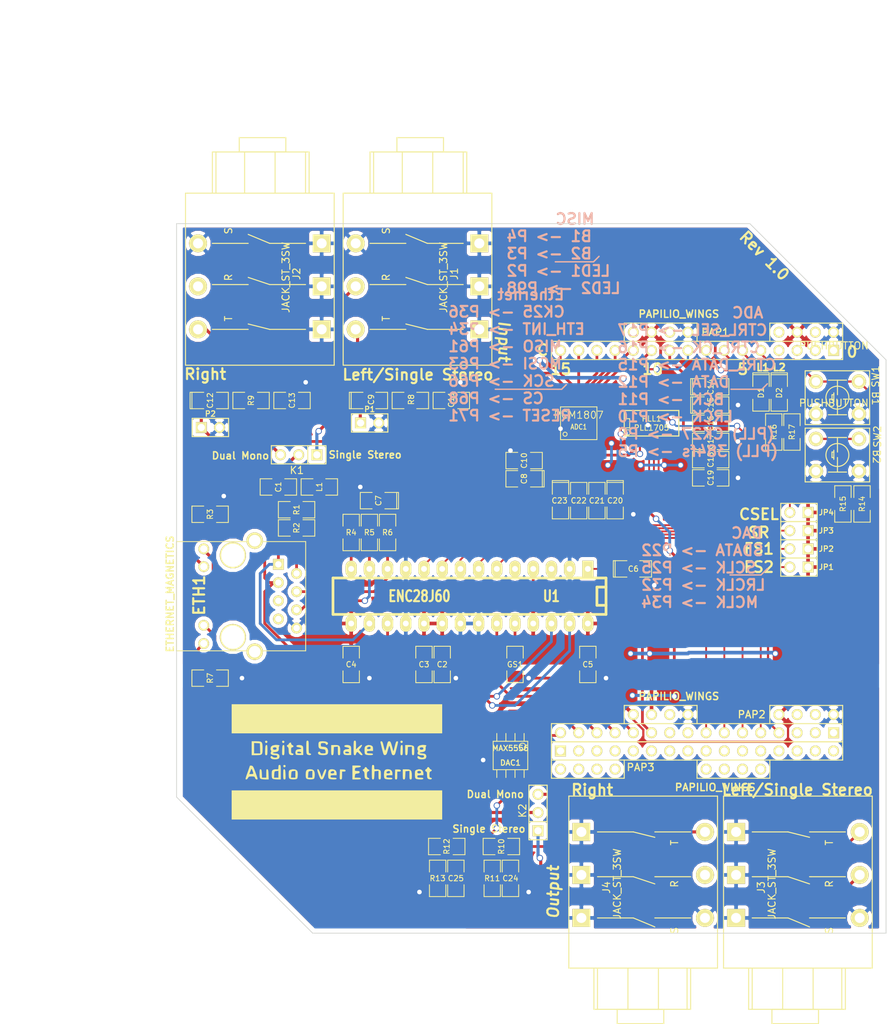
<source format=kicad_pcb>
(kicad_pcb (version 3) (host pcbnew "(2013-07-07 BZR 4022)-stable")
  (layers (15 F.Cu signal) (0 B.Cu signal) (18 B.Paste user) (19 F.Paste user) (20 B.SilkS user) (21 F.SilkS user) (22 B.Mask user) (23 F.Mask user) (28 Edge.Cuts user))
  (net 0 "")
  (net 1 +3.3V)
  (net 2 +5V)
  (net 3 /ADC/384fs)
  (net 4 /ADC/ADC_CTRL_CK)
  (net 5 /ADC/ADC_CTRL_DATA)
  (net 6 /ADC/ADC_CTRL_SEL)
  (net 7 /ADC/BCK)
  (net 8 /ADC/CK27)
  (net 9 /ADC/D_ADC)
  (net 10 /ADC/LRCK)
  (net 11 /ADC/Vin_L)
  (net 12 /ADC/Vin_R)
  (net 13 /DAC/LRCLK)
  (net 14 /DAC/MCLK)
  (net 15 /DAC/SCLK)
  (net 16 /DAC/SDATA)
  (net 17 /Ethernet/CK25)
  (net 18 /Ethernet/CS)
  (net 19 /Ethernet/ETH_INT)
  (net 20 /Ethernet/LED_A)
  (net 21 /Ethernet/LED_B)
  (net 22 /Ethernet/MISO)
  (net 23 /Ethernet/MOSI)
  (net 24 /Ethernet/RESET)
  (net 25 /Ethernet/SCK)
  (net 26 /Misc/LED1)
  (net 27 /Misc/LED2)
  (net 28 /Misc/PB1)
  (net 29 /Misc/PB2)
  (net 30 GND)
  (net 31 N-00000100)
  (net 32 N-00000101)
  (net 33 N-00000103)
  (net 34 N-00000104)
  (net 35 N-00000105)
  (net 36 N-00000106)
  (net 37 N-00000107)
  (net 38 N-00000108)
  (net 39 N-00000109)
  (net 40 N-00000110)
  (net 41 N-0000067)
  (net 42 N-0000068)
  (net 43 N-0000069)
  (net 44 N-0000070)
  (net 45 N-0000072)
  (net 46 N-0000073)
  (net 47 N-0000074)
  (net 48 N-0000075)
  (net 49 N-0000076)
  (net 50 N-0000080)
  (net 51 N-0000081)
  (net 52 N-0000082)
  (net 53 N-0000083)
  (net 54 N-0000084)
  (net 55 N-0000085)
  (net 56 N-0000089)
  (net 57 N-0000090)
  (net 58 N-0000095)
  (net 59 N-0000096)
  (net 60 N-0000097)
  (net 61 N-0000098)
  (module tssop-14 (layer F.Cu) (at 121.12 90.85)
    (fp_text reference ADC1 (at 0 0.508) (layer F.SilkS) (effects (font (size 0.70104 0.59944) (thickness 0.11938))))
    (fp_text value PCM1807 (at 0 -1.143) (layer F.SilkS) (effects (font (size 1.00076 1.00076) (thickness 0.11938))))
    (pad 4 smd rect (at 0 2.79908) (size 0.4191 1.47066) (layers F.Cu F.Paste F.Mask) (net 1 +3.3V))
    (pad 5 smd rect (at 0.65024 2.79908) (size 0.4191 1.47066) (layers F.Cu F.Paste F.Mask) (net 30 GND))
    (pad 6 smd rect (at 1.30048 2.79908) (size 0.4191 1.47066) (layers F.Cu F.Paste F.Mask) (net 61 N-0000098))
    (pad 7 smd rect (at 1.95072 2.79908) (size 0.4191 1.47066) (layers F.Cu F.Paste F.Mask) (net 10 /ADC/LRCK))
    (pad 8 smd rect (at 1.95072 -2.79908) (size 0.4191 1.47066) (layers F.Cu F.Paste F.Mask) (net 7 /ADC/BCK))
    (pad 1 smd rect (at -1.95072 2.79908) (size 0.4191 1.47066) (layers F.Cu F.Paste F.Mask) (net 58 N-0000095))
    (pad 2 smd rect (at -1.30048 2.79908) (size 0.4191 1.47066) (layers F.Cu F.Paste F.Mask) (net 30 GND))
    (pad 3 smd rect (at -0.65024 2.79908) (size 0.4191 1.47066) (layers F.Cu F.Paste F.Mask) (net 2 +5V))
    (pad 9 smd rect (at 1.30048 -2.79908) (size 0.4191 1.47066) (layers F.Cu F.Paste F.Mask) (net 9 /ADC/D_ADC))
    (pad 10 smd rect (at 0.65024 -2.79908) (size 0.4191 1.47066) (layers F.Cu F.Paste F.Mask) (net 5 /ADC/ADC_CTRL_DATA))
    (pad 11 smd rect (at 0 -2.79908) (size 0.4191 1.47066) (layers F.Cu F.Paste F.Mask) (net 4 /ADC/ADC_CTRL_CK))
    (pad 12 smd rect (at -0.65024 -2.79908) (size 0.4191 1.47066) (layers F.Cu F.Paste F.Mask) (net 6 /ADC/ADC_CTRL_SEL))
    (pad 13 smd rect (at -1.30048 -2.79908) (size 0.4191 1.47066) (layers F.Cu F.Paste F.Mask) (net 11 /ADC/Vin_L))
    (pad 14 smd rect (at -1.95072 -2.79908) (size 0.4191 1.47066) (layers F.Cu F.Paste F.Mask) (net 12 /ADC/Vin_R))
  )
  (module SSOP20 (layer F.Cu) (at 131.28 90.85)
    (fp_text reference PLL1 (at 0 -0.635) (layer F.SilkS) (effects (font (size 0.762 0.762) (thickness 0.127))))
    (fp_text value PLL1705 (at 0 0.635) (layer F.SilkS) (effects (font (size 0.762 0.762) (thickness 0.127))))
    (pad 1 smd rect (at -2.921 2.667) (size 0.4064 1.27) (layers F.Cu F.Paste F.Mask) (net 1 +3.3V))
    (pad 2 smd rect (at -2.286 2.667) (size 0.4064 1.27) (layers F.Cu F.Paste F.Mask) (net 61 N-0000098))
    (pad 3 smd rect (at -1.6256 2.667) (size 0.4064 1.27) (layers F.Cu F.Paste F.Mask) (net 3 /ADC/384fs))
    (pad 4 smd rect (at -0.9652 2.667) (size 0.4064 1.27) (layers F.Cu F.Paste F.Mask) (net 30 GND))
    (pad 5 smd rect (at -0.3302 2.667) (size 0.4064 1.27) (layers F.Cu F.Paste F.Mask) (net 31 N-00000100))
    (pad 6 smd rect (at 0.3302 2.667) (size 0.4064 1.27) (layers F.Cu F.Paste F.Mask) (net 56 N-0000089))
    (pad 7 smd rect (at 0.9906 2.667) (size 0.4064 1.27) (layers F.Cu F.Paste F.Mask) (net 32 N-00000101))
    (pad 8 smd rect (at 1.6256 2.667) (size 0.4064 1.27) (layers F.Cu F.Paste F.Mask) (net 1 +3.3V))
    (pad 9 smd rect (at 2.286 2.667) (size 0.4064 1.27) (layers F.Cu F.Paste F.Mask) (net 30 GND))
    (pad 10 smd rect (at 2.921 2.667) (size 0.4064 1.27) (layers F.Cu F.Paste F.Mask) (net 8 /ADC/CK27))
    (pad 11 smd rect (at 2.921 -2.667) (size 0.4064 1.27) (layers F.Cu F.Paste F.Mask))
    (pad 12 smd rect (at 2.286 -2.667) (size 0.4064 1.27) (layers F.Cu F.Paste F.Mask) (net 57 N-0000090))
    (pad 13 smd rect (at 1.6256 -2.667) (size 0.4064 1.27) (layers F.Cu F.Paste F.Mask) (net 1 +3.3V))
    (pad 14 smd rect (at 0.9906 -2.667) (size 0.4064 1.27) (layers F.Cu F.Paste F.Mask))
    (pad 15 smd rect (at 0.3302 -2.667) (size 0.4064 1.27) (layers F.Cu F.Paste F.Mask))
    (pad 16 smd rect (at -0.3302 -2.667) (size 0.4064 1.27) (layers F.Cu F.Paste F.Mask) (net 30 GND))
    (pad 17 smd rect (at -0.9652 -2.667) (size 0.4064 1.27) (layers F.Cu F.Paste F.Mask) (net 30 GND))
    (pad 18 smd rect (at -1.6256 -2.667) (size 0.4064 1.27) (layers F.Cu F.Paste F.Mask))
    (pad 19 smd rect (at -2.286 -2.667) (size 0.4064 1.27) (layers F.Cu F.Paste F.Mask))
    (pad 20 smd rect (at -2.921 -2.667) (size 0.4064 1.27) (layers F.Cu F.Paste F.Mask) (net 1 +3.3V))
  )
  (module so-8 (layer F.Cu) (at 111.595 137.205 180)
    (fp_text reference DAC1 (at 0 -1.016 180) (layer F.SilkS) (effects (font (size 0.7493 0.7493) (thickness 0.14986))))
    (fp_text value MAX5556 (at 0 1.016 180) (layer F.SilkS) (effects (font (size 0.7493 0.7493) (thickness 0.14986))))
    (pad 1 smd rect (at -1.905 2.794 180) (size 0.635 1.27) (layers F.Cu F.Paste F.Mask) (net 16 /DAC/SDATA))
    (pad 2 smd rect (at -0.635 2.794 180) (size 0.635 1.27) (layers F.Cu F.Paste F.Mask) (net 15 /DAC/SCLK))
    (pad 3 smd rect (at 0.635 2.794 180) (size 0.635 1.27) (layers F.Cu F.Paste F.Mask) (net 13 /DAC/LRCLK))
    (pad 4 smd rect (at 1.905 2.794 180) (size 0.635 1.27) (layers F.Cu F.Paste F.Mask) (net 14 /DAC/MCLK))
    (pad 5 smd rect (at 1.905 -2.794 180) (size 0.635 1.27) (layers F.Cu F.Paste F.Mask) (net 35 N-00000105))
    (pad 6 smd rect (at 0.635 -2.794 180) (size 0.635 1.27) (layers F.Cu F.Paste F.Mask) (net 30 GND))
    (pad 7 smd rect (at -0.635 -2.794 180) (size 0.635 1.27) (layers F.Cu F.Paste F.Mask) (net 2 +5V))
    (pad 8 smd rect (at -1.905 -2.794 180) (size 0.635 1.27) (layers F.Cu F.Paste F.Mask) (net 34 N-00000104))
  )
  (module SM1206POL (layer F.Cu) (at 69.685 87.675)
    (fp_text reference C12 (at 0 0 90) (layer F.SilkS) (effects (font (size 0.762 0.762) (thickness 0.127))))
    (fp_text value 1uF hide)
    (pad 1 smd rect (at -1.651 0) (size 1.524 2.032) (layers F.Cu F.Paste F.Mask) (net 55 N-0000085))
    (pad 2 smd rect (at 1.651 0) (size 1.524 2.032) (layers F.Cu F.Paste F.Mask) (net 60 N-0000097))
  )
  (module SM1206POL (layer F.Cu) (at 113.5 98.597 180)
    (fp_text reference C8 (at 0 0 270) (layer F.SilkS) (effects (font (size 0.762 0.762) (thickness 0.127))))
    (fp_text value 10uF hide)
    (pad 1 smd rect (at -1.651 0 180) (size 1.524 2.032) (layers F.Cu F.Paste F.Mask) (net 58 N-0000095))
    (pad 2 smd rect (at 1.651 0 180) (size 1.524 2.032) (layers F.Cu F.Paste F.Mask) (net 30 GND))
  )
  (module SM1206POL (layer F.Cu) (at 128.74 111.17)
    (fp_text reference C6 (at 0 0) (layer F.SilkS) (effects (font (size 0.762 0.762) (thickness 0.127))))
    (fp_text value 10uF hide)
    (pad 1 smd rect (at -1.651 0) (size 1.524 2.032) (layers F.Cu F.Paste F.Mask) (net 47 N-0000074))
    (pad 2 smd rect (at 1.651 0) (size 1.524 2.032) (layers F.Cu F.Paste F.Mask) (net 30 GND))
  )
  (module SM1206POL (layer F.Cu) (at 91.91 87.675)
    (fp_text reference C9 (at 0.254 -0.127 90) (layer F.SilkS) (effects (font (size 0.762 0.762) (thickness 0.127))))
    (fp_text value 1uF hide)
    (pad 1 smd rect (at -1.651 0) (size 1.524 2.032) (layers F.Cu F.Paste F.Mask) (net 52 N-0000082))
    (pad 2 smd rect (at 1.651 0) (size 1.524 2.032) (layers F.Cu F.Paste F.Mask) (net 59 N-0000096))
  )
  (module SM1206POL (layer F.Cu) (at 139.535 85.77)
    (fp_text reference C14 (at 0 0 90) (layer F.SilkS) (effects (font (size 0.762 0.762) (thickness 0.127))))
    (fp_text value 10uF hide)
    (pad 1 smd rect (at -1.651 0) (size 1.524 2.032) (layers F.Cu F.Paste F.Mask) (net 1 +3.3V))
    (pad 2 smd rect (at 1.651 0) (size 1.524 2.032) (layers F.Cu F.Paste F.Mask) (net 30 GND))
  )
  (module SM1206POL (layer F.Cu) (at 139.535 88.31)
    (fp_text reference C15 (at 0 0 90) (layer F.SilkS) (effects (font (size 0.762 0.762) (thickness 0.127))))
    (fp_text value 10uF hide)
    (pad 1 smd rect (at -1.651 0) (size 1.524 2.032) (layers F.Cu F.Paste F.Mask) (net 1 +3.3V))
    (pad 2 smd rect (at 1.651 0) (size 1.524 2.032) (layers F.Cu F.Paste F.Mask) (net 30 GND))
  )
  (module SM1206POL (layer F.Cu) (at 93.18 101.645 180)
    (fp_text reference C7 (at 0 0 270) (layer F.SilkS) (effects (font (size 0.762 0.762) (thickness 0.127))))
    (fp_text value 10nF hide)
    (pad 1 smd rect (at -1.651 0 180) (size 1.524 2.032) (layers F.Cu F.Paste F.Mask) (net 43 N-0000069))
    (pad 2 smd rect (at 1.651 0 180) (size 1.524 2.032) (layers F.Cu F.Paste F.Mask) (net 30 GND))
  )
  (module SM1206POL (layer F.Cu) (at 118.58 101.645 270)
    (fp_text reference C23 (at 0 0.127 360) (layer F.SilkS) (effects (font (size 0.762 0.762) (thickness 0.127))))
    (fp_text value 10uF hide)
    (pad 1 smd rect (at -1.651 0 270) (size 1.524 2.032) (layers F.Cu F.Paste F.Mask) (net 2 +5V))
    (pad 2 smd rect (at 1.651 0 270) (size 1.524 2.032) (layers F.Cu F.Paste F.Mask) (net 30 GND))
  )
  (module SM1206POL (layer F.Cu) (at 126.2 101.645 270)
    (fp_text reference C20 (at 0 0 360) (layer F.SilkS) (effects (font (size 0.762 0.762) (thickness 0.127))))
    (fp_text value 10uF hide)
    (pad 1 smd rect (at -1.651 0 270) (size 1.524 2.032) (layers F.Cu F.Paste F.Mask) (net 1 +3.3V))
    (pad 2 smd rect (at 1.651 0 270) (size 1.524 2.032) (layers F.Cu F.Paste F.Mask) (net 30 GND))
  )
  (module SM1206 (layer F.Cu) (at 139.535 95.93)
    (fp_text reference C18 (at 0 0 90) (layer F.SilkS) (effects (font (size 0.762 0.762) (thickness 0.127))))
    (fp_text value 0.1uF hide)
    (pad 1 smd rect (at -1.651 0) (size 1.524 2.032) (layers F.Cu F.Paste F.Mask) (net 1 +3.3V))
    (pad 2 smd rect (at 1.651 0) (size 1.524 2.032) (layers F.Cu F.Paste F.Mask) (net 30 GND))
  )
  (module SM1206 (layer F.Cu) (at 81.115 87.675)
    (fp_text reference C13 (at 0 0 90) (layer F.SilkS) (effects (font (size 0.762 0.762) (thickness 0.127))))
    (fp_text value 80nF hide)
    (pad 1 smd rect (at -1.651 0) (size 1.524 2.032) (layers F.Cu F.Paste F.Mask) (net 12 /ADC/Vin_R))
    (pad 2 smd rect (at 1.651 0) (size 1.524 2.032) (layers F.Cu F.Paste F.Mask) (net 30 GND))
  )
  (module SM1206 (layer F.Cu) (at 123.66 101.645 270)
    (fp_text reference C21 (at 0 0 360) (layer F.SilkS) (effects (font (size 0.762 0.762) (thickness 0.127))))
    (fp_text value 0.1uF hide)
    (pad 1 smd rect (at -1.651 0 270) (size 1.524 2.032) (layers F.Cu F.Paste F.Mask) (net 1 +3.3V))
    (pad 2 smd rect (at 1.651 0 270) (size 1.524 2.032) (layers F.Cu F.Paste F.Mask) (net 30 GND))
  )
  (module SM1206 (layer F.Cu) (at 121.12 101.645 270)
    (fp_text reference C22 (at 0 0 360) (layer F.SilkS) (effects (font (size 0.762 0.762) (thickness 0.127))))
    (fp_text value 0.1uF hide)
    (pad 1 smd rect (at -1.651 0 270) (size 1.524 2.032) (layers F.Cu F.Paste F.Mask) (net 2 +5V))
    (pad 2 smd rect (at 1.651 0 270) (size 1.524 2.032) (layers F.Cu F.Paste F.Mask) (net 30 GND))
  )
  (module SM1206 (layer F.Cu) (at 139.535 90.85)
    (fp_text reference C16 (at 0 0 90) (layer F.SilkS) (effects (font (size 0.762 0.762) (thickness 0.127))))
    (fp_text value 0.1uF hide)
    (pad 1 smd rect (at -1.651 0) (size 1.524 2.032) (layers F.Cu F.Paste F.Mask) (net 1 +3.3V))
    (pad 2 smd rect (at 1.651 0) (size 1.524 2.032) (layers F.Cu F.Paste F.Mask) (net 30 GND))
  )
  (module SM1206 (layer F.Cu) (at 139.535 93.39)
    (fp_text reference C17 (at 0 0 90) (layer F.SilkS) (effects (font (size 0.762 0.762) (thickness 0.127))))
    (fp_text value 0.1uF hide)
    (pad 1 smd rect (at -1.651 0) (size 1.524 2.032) (layers F.Cu F.Paste F.Mask) (net 1 +3.3V))
    (pad 2 smd rect (at 1.651 0) (size 1.524 2.032) (layers F.Cu F.Paste F.Mask) (net 30 GND))
  )
  (module SM1206 (layer F.Cu) (at 113.5 96.057 180)
    (fp_text reference C10 (at 0 0 270) (layer F.SilkS) (effects (font (size 0.762 0.762) (thickness 0.127))))
    (fp_text value 0.1uF hide)
    (pad 1 smd rect (at -1.651 0 180) (size 1.524 2.032) (layers F.Cu F.Paste F.Mask) (net 58 N-0000095))
    (pad 2 smd rect (at 1.651 0 180) (size 1.524 2.032) (layers F.Cu F.Paste F.Mask) (net 30 GND))
  )
  (module SM1206 (layer F.Cu) (at 139.535 98.47)
    (fp_text reference C19 (at 0 0 90) (layer F.SilkS) (effects (font (size 0.762 0.762) (thickness 0.127))))
    (fp_text value 0.1uF hide)
    (pad 1 smd rect (at -1.651 0) (size 1.524 2.032) (layers F.Cu F.Paste F.Mask) (net 1 +3.3V))
    (pad 2 smd rect (at 1.651 0) (size 1.524 2.032) (layers F.Cu F.Paste F.Mask) (net 30 GND))
  )
  (module SM1206 (layer F.Cu) (at 109.055 154.35 90)
    (fp_text reference R11 (at 0 0 180) (layer F.SilkS) (effects (font (size 0.762 0.762) (thickness 0.127))))
    (fp_text value 100k hide)
    (pad 1 smd rect (at -1.651 0 90) (size 1.524 2.032) (layers F.Cu F.Paste F.Mask) (net 30 GND))
    (pad 2 smd rect (at 1.651 0 90) (size 1.524 2.032) (layers F.Cu F.Paste F.Mask) (net 34 N-00000104))
  )
  (module SM1206 (layer F.Cu) (at 110.325 149.905)
    (fp_text reference R10 (at 0 0 90) (layer F.SilkS) (effects (font (size 0.762 0.762) (thickness 0.127))))
    (fp_text value 560R hide)
    (pad 1 smd rect (at -1.651 0) (size 1.524 2.032) (layers F.Cu F.Paste F.Mask) (net 34 N-00000104))
    (pad 2 smd rect (at 1.651 0) (size 1.524 2.032) (layers F.Cu F.Paste F.Mask) (net 38 N-00000108))
  )
  (module SM1206 (layer F.Cu) (at 111.595 154.35 270)
    (fp_text reference C24 (at 0 0 360) (layer F.SilkS) (effects (font (size 0.762 0.762) (thickness 0.127))))
    (fp_text value 1.5nF hide)
    (pad 1 smd rect (at -1.651 0 270) (size 1.524 2.032) (layers F.Cu F.Paste F.Mask) (net 38 N-00000108))
    (pad 2 smd rect (at 1.651 0 270) (size 1.524 2.032) (layers F.Cu F.Paste F.Mask) (net 30 GND))
  )
  (module SM1206 (layer F.Cu) (at 101.435 154.35 90)
    (fp_text reference R13 (at 0 0 180) (layer F.SilkS) (effects (font (size 0.762 0.762) (thickness 0.127))))
    (fp_text value 100k hide)
    (pad 1 smd rect (at -1.651 0 90) (size 1.524 2.032) (layers F.Cu F.Paste F.Mask) (net 30 GND))
    (pad 2 smd rect (at 1.651 0 90) (size 1.524 2.032) (layers F.Cu F.Paste F.Mask) (net 35 N-00000105))
  )
  (module SM1206 (layer F.Cu) (at 102.705 149.905)
    (fp_text reference R12 (at 0 0 90) (layer F.SilkS) (effects (font (size 0.762 0.762) (thickness 0.127))))
    (fp_text value 560R hide)
    (pad 1 smd rect (at -1.651 0) (size 1.524 2.032) (layers F.Cu F.Paste F.Mask) (net 35 N-00000105))
    (pad 2 smd rect (at 1.651 0) (size 1.524 2.032) (layers F.Cu F.Paste F.Mask) (net 37 N-00000107))
  )
  (module SM1206 (layer F.Cu) (at 103.975 154.35 270)
    (fp_text reference C25 (at 0 0 360) (layer F.SilkS) (effects (font (size 0.762 0.762) (thickness 0.127))))
    (fp_text value 1.5nF hide)
    (pad 1 smd rect (at -1.651 0 270) (size 1.524 2.032) (layers F.Cu F.Paste F.Mask) (net 37 N-00000107))
    (pad 2 smd rect (at 1.651 0 270) (size 1.524 2.032) (layers F.Cu F.Paste F.Mask) (net 30 GND))
  )
  (module SM1206 (layer F.Cu) (at 69.685 103.55)
    (fp_text reference R3 (at 0 0 90) (layer F.SilkS) (effects (font (size 0.762 0.762) (thickness 0.127))))
    (fp_text value 180R hide)
    (pad 1 smd rect (at -1.651 0) (size 1.524 2.032) (layers F.Cu F.Paste F.Mask) (net 41 N-0000067))
    (pad 2 smd rect (at 1.651 0) (size 1.524 2.032) (layers F.Cu F.Paste F.Mask) (net 30 GND))
  )
  (module SM1206 (layer F.Cu) (at 79.21 99.74 180)
    (fp_text reference C1 (at 0 0 270) (layer F.SilkS) (effects (font (size 0.762 0.762) (thickness 0.127))))
    (fp_text value 100nF hide)
    (pad 1 smd rect (at -1.651 0 180) (size 1.524 2.032) (layers F.Cu F.Paste F.Mask) (net 51 N-0000081))
    (pad 2 smd rect (at 1.651 0 180) (size 1.524 2.032) (layers F.Cu F.Paste F.Mask) (net 30 GND))
  )
  (module SM1206 (layer F.Cu) (at 81.75 105.455 180)
    (fp_text reference R2 (at 0 0 270) (layer F.SilkS) (effects (font (size 0.762 0.762) (thickness 0.127))))
    (fp_text value "49.9, 1%" hide)
    (pad 1 smd rect (at -1.651 0 180) (size 1.524 2.032) (layers F.Cu F.Paste F.Mask) (net 51 N-0000081))
    (pad 2 smd rect (at 1.651 0 180) (size 1.524 2.032) (layers F.Cu F.Paste F.Mask) (net 45 N-0000072))
  )
  (module SM1206 (layer F.Cu) (at 81.75 102.915 180)
    (fp_text reference R1 (at 0 0 270) (layer F.SilkS) (effects (font (size 0.762 0.762) (thickness 0.127))))
    (fp_text value "49.9, 1%" hide)
    (pad 1 smd rect (at -1.651 0 180) (size 1.524 2.032) (layers F.Cu F.Paste F.Mask) (net 51 N-0000081))
    (pad 2 smd rect (at 1.651 0 180) (size 1.524 2.032) (layers F.Cu F.Paste F.Mask) (net 46 N-0000073))
  )
  (module SM1206 (layer F.Cu) (at 75.4 87.675)
    (fp_text reference R9 (at 0 0 90) (layer F.SilkS) (effects (font (size 0.762 0.762) (thickness 0.127))))
    (fp_text value 100R hide)
    (pad 1 smd rect (at -1.651 0) (size 1.524 2.032) (layers F.Cu F.Paste F.Mask) (net 60 N-0000097))
    (pad 2 smd rect (at 1.651 0) (size 1.524 2.032) (layers F.Cu F.Paste F.Mask) (net 12 /ADC/Vin_R))
  )
  (module SM1206 (layer F.Cu) (at 84.925 99.74 180)
    (fp_text reference L1 (at 0 0 270) (layer F.SilkS) (effects (font (size 0.762 0.762) (thickness 0.127))))
    (fp_text value FERRITE_BEAD hide)
    (pad 1 smd rect (at -1.651 0 180) (size 1.524 2.032) (layers F.Cu F.Paste F.Mask) (net 1 +3.3V))
    (pad 2 smd rect (at 1.651 0 180) (size 1.524 2.032) (layers F.Cu F.Paste F.Mask) (net 51 N-0000081))
  )
  (module SM1206 (layer F.Cu) (at 91.91 106.09 90)
    (fp_text reference R5 (at 0 0 180) (layer F.SilkS) (effects (font (size 0.762 0.762) (thickness 0.127))))
    (fp_text value "49.9, 1%" hide)
    (pad 1 smd rect (at -1.651 0 90) (size 1.524 2.032) (layers F.Cu F.Paste F.Mask) (net 44 N-0000070))
    (pad 2 smd rect (at 1.651 0 90) (size 1.524 2.032) (layers F.Cu F.Paste F.Mask) (net 43 N-0000069))
  )
  (module SM1206 (layer F.Cu) (at 94.45 106.09 90)
    (fp_text reference R6 (at 0 0 180) (layer F.SilkS) (effects (font (size 0.762 0.762) (thickness 0.127))))
    (fp_text value "49.9, 1%" hide)
    (pad 1 smd rect (at -1.651 0 90) (size 1.524 2.032) (layers F.Cu F.Paste F.Mask) (net 50 N-0000080))
    (pad 2 smd rect (at 1.651 0 90) (size 1.524 2.032) (layers F.Cu F.Paste F.Mask) (net 43 N-0000069))
  )
  (module SM1206 (layer F.Cu) (at 69.685 126.41)
    (fp_text reference R7 (at 0 0 90) (layer F.SilkS) (effects (font (size 0.762 0.762) (thickness 0.127))))
    (fp_text value 180R hide)
    (pad 1 smd rect (at -1.651 0) (size 1.524 2.032) (layers F.Cu F.Paste F.Mask) (net 42 N-0000068))
    (pad 2 smd rect (at 1.651 0) (size 1.524 2.032) (layers F.Cu F.Paste F.Mask) (net 30 GND))
  )
  (module SM1206 (layer F.Cu) (at 102.07 124.505 270)
    (fp_text reference C2 (at 0 0 360) (layer F.SilkS) (effects (font (size 0.762 0.762) (thickness 0.127))))
    (fp_text value 180nF hide)
    (pad 1 smd rect (at -1.651 0 270) (size 1.524 2.032) (layers F.Cu F.Paste F.Mask) (net 1 +3.3V))
    (pad 2 smd rect (at 1.651 0 270) (size 1.524 2.032) (layers F.Cu F.Paste F.Mask) (net 30 GND))
  )
  (module SM1206 (layer F.Cu) (at 99.53 124.505 270)
    (fp_text reference C3 (at 0 0 360) (layer F.SilkS) (effects (font (size 0.762 0.762) (thickness 0.127))))
    (fp_text value 180nF hide)
    (pad 1 smd rect (at -1.651 0 270) (size 1.524 2.032) (layers F.Cu F.Paste F.Mask) (net 1 +3.3V))
    (pad 2 smd rect (at 1.651 0 270) (size 1.524 2.032) (layers F.Cu F.Paste F.Mask) (net 30 GND))
  )
  (module SM1206 (layer F.Cu) (at 89.37 124.505 270)
    (fp_text reference C4 (at 0 0 360) (layer F.SilkS) (effects (font (size 0.762 0.762) (thickness 0.127))))
    (fp_text value 180nF hide)
    (pad 1 smd rect (at -1.651 0 270) (size 1.524 2.032) (layers F.Cu F.Paste F.Mask) (net 1 +3.3V))
    (pad 2 smd rect (at 1.651 0 270) (size 1.524 2.032) (layers F.Cu F.Paste F.Mask) (net 30 GND))
  )
  (module SM1206 (layer F.Cu) (at 122.39 124.505 270)
    (fp_text reference C5 (at 0 0 360) (layer F.SilkS) (effects (font (size 0.762 0.762) (thickness 0.127))))
    (fp_text value 180nF hide)
    (pad 1 smd rect (at -1.651 0 270) (size 1.524 2.032) (layers F.Cu F.Paste F.Mask) (net 1 +3.3V))
    (pad 2 smd rect (at 1.651 0 270) (size 1.524 2.032) (layers F.Cu F.Paste F.Mask) (net 30 GND))
  )
  (module SM1206 (layer F.Cu) (at 112.23 124.505 270)
    (fp_text reference GS1 (at 0 0 360) (layer F.SilkS) (effects (font (size 0.762 0.762) (thickness 0.127))))
    (fp_text value GS2 hide)
    (pad 1 smd rect (at -1.651 0 270) (size 1.524 2.032) (layers F.Cu F.Paste F.Mask) (net 49 N-0000076))
    (pad 2 smd rect (at 1.651 0 270) (size 1.524 2.032) (layers F.Cu F.Paste F.Mask) (net 30 GND))
  )
  (module SM1206 (layer F.Cu) (at 97.625 87.675)
    (fp_text reference R8 (at 0.127 -0.127 90) (layer F.SilkS) (effects (font (size 0.762 0.762) (thickness 0.127))))
    (fp_text value 100R hide)
    (pad 1 smd rect (at -1.651 0) (size 1.524 2.032) (layers F.Cu F.Paste F.Mask) (net 59 N-0000096))
    (pad 2 smd rect (at 1.651 0) (size 1.524 2.032) (layers F.Cu F.Paste F.Mask) (net 11 /ADC/Vin_L))
  )
  (module SM1206 (layer F.Cu) (at 89.37 106.09 270)
    (fp_text reference R4 (at 0 0 360) (layer F.SilkS) (effects (font (size 0.762 0.762) (thickness 0.127))))
    (fp_text value "2.32k, 1%" hide)
    (pad 1 smd rect (at -1.651 0 270) (size 1.524 2.032) (layers F.Cu F.Paste F.Mask) (net 30 GND))
    (pad 2 smd rect (at 1.651 0 270) (size 1.524 2.032) (layers F.Cu F.Paste F.Mask) (net 48 N-0000075))
  )
  (module SM1206 (layer F.Cu) (at 103.34 87.675)
    (fp_text reference C11 (at 0 -0.127 90) (layer F.SilkS) (effects (font (size 0.762 0.762) (thickness 0.127))))
    (fp_text value 80nF hide)
    (pad 1 smd rect (at -1.651 0) (size 1.524 2.032) (layers F.Cu F.Paste F.Mask) (net 11 /ADC/Vin_L))
    (pad 2 smd rect (at 1.651 0) (size 1.524 2.032) (layers F.Cu F.Paste F.Mask) (net 30 GND))
  )
  (module PIN_ARRAY_2X1 (layer F.Cu) (at 151.854 108.376 180)
    (fp_text reference JP2 (at -3.81 0 180) (layer F.SilkS) (effects (font (size 0.762 0.762) (thickness 0.1524))))
    (fp_text value JUMPER hide)
    (pad 1 thru_hole rect (at -1.27 0 180) (size 1.524 1.524) (drill 1.016) (layers *.Cu *.Mask F.SilkS) (net 1 +3.3V))
    (pad 2 thru_hole circle (at 1.27 0 180) (size 1.524 1.524) (drill 1.016) (layers *.Cu *.Mask F.SilkS) (net 56 N-0000089))
  )
  (module PIN_ARRAY_2X1 (layer F.Cu) (at 69.723 91.44)
    (fp_text reference P2 (at 0 -1.905) (layer F.SilkS) (effects (font (size 0.762 0.762) (thickness 0.1524))))
    (fp_text value CONN_2 hide)
    (pad 1 thru_hole rect (at -1.27 0) (size 1.524 1.524) (drill 1.016) (layers *.Cu *.Mask F.SilkS) (net 55 N-0000085))
    (pad 2 thru_hole circle (at 1.27 0) (size 1.524 1.524) (drill 1.016) (layers *.Cu *.Mask F.SilkS) (net 30 GND))
  )
  (module PIN_ARRAY_2X1 (layer F.Cu) (at 91.948 90.805)
    (fp_text reference P1 (at 0 -1.905) (layer F.SilkS) (effects (font (size 0.762 0.762) (thickness 0.1524))))
    (fp_text value CONN_2 hide)
    (pad 1 thru_hole rect (at -1.27 0) (size 1.524 1.524) (drill 1.016) (layers *.Cu *.Mask F.SilkS) (net 52 N-0000082))
    (pad 2 thru_hole circle (at 1.27 0) (size 1.524 1.524) (drill 1.016) (layers *.Cu *.Mask F.SilkS) (net 30 GND))
  )
  (module PIN_ARRAY_2X1 (layer F.Cu) (at 151.854 103.296 180)
    (fp_text reference JP4 (at -3.81 0 180) (layer F.SilkS) (effects (font (size 0.762 0.762) (thickness 0.1524))))
    (fp_text value JUMPER hide)
    (pad 1 thru_hole rect (at -1.27 0 180) (size 1.524 1.524) (drill 1.016) (layers *.Cu *.Mask F.SilkS) (net 1 +3.3V))
    (pad 2 thru_hole circle (at 1.27 0 180) (size 1.524 1.524) (drill 1.016) (layers *.Cu *.Mask F.SilkS) (net 57 N-0000090))
  )
  (module PIN_ARRAY_2X1 (layer F.Cu) (at 151.854 105.836 180)
    (fp_text reference JP3 (at -3.81 0 180) (layer F.SilkS) (effects (font (size 0.762 0.762) (thickness 0.1524))))
    (fp_text value JUMPER hide)
    (pad 1 thru_hole rect (at -1.27 0 180) (size 1.524 1.524) (drill 1.016) (layers *.Cu *.Mask F.SilkS) (net 1 +3.3V))
    (pad 2 thru_hole circle (at 1.27 0 180) (size 1.524 1.524) (drill 1.016) (layers *.Cu *.Mask F.SilkS) (net 32 N-00000101))
  )
  (module PIN_ARRAY_2X1 (layer F.Cu) (at 151.854 110.916 180)
    (fp_text reference JP1 (at -3.81 0 180) (layer F.SilkS) (effects (font (size 0.762 0.762) (thickness 0.1524))))
    (fp_text value JUMPER hide)
    (pad 1 thru_hole rect (at -1.27 0 180) (size 1.524 1.524) (drill 1.016) (layers *.Cu *.Mask F.SilkS) (net 1 +3.3V))
    (pad 2 thru_hole circle (at 1.27 0 180) (size 1.524 1.524) (drill 1.016) (layers *.Cu *.Mask F.SilkS) (net 31 N-00000100))
  )
  (module Papilio_Wing (layer F.Cu) (at 135.09 79.42 180)
    (fp_text reference PAP1 (at -5.08 1.27 180) (layer F.SilkS) (effects (font (size 1.016 1.016) (thickness 0.1778))))
    (fp_text value PAPILIO_WINGS (at 0 3.81 180) (layer F.SilkS) (effects (font (size 1.016 1.016) (thickness 0.2032))))
    (pad 1 thru_hole rect (at -21.59 -1.27 180) (size 1.524 1.524) (drill 1.016) (layers *.Cu *.Mask F.SilkS))
    (pad 7 thru_hole circle (at -6.35 -1.27 180) (size 1.524 1.524) (drill 1.016) (layers *.Cu *.Mask F.SilkS) (net 27 /Misc/LED2))
    (pad 2 thru_hole circle (at -19.05 -1.27 180) (size 1.524 1.524) (drill 1.016) (layers *.Cu *.Mask F.SilkS))
    (pad 8 thru_hole circle (at -3.81 -1.27 180) (size 1.524 1.524) (drill 1.016) (layers *.Cu *.Mask F.SilkS) (net 26 /Misc/LED1))
    (pad 3 thru_hole circle (at -16.51 -1.27 180) (size 1.524 1.524) (drill 1.016) (layers *.Cu *.Mask F.SilkS))
    (pad 9 thru_hole circle (at -1.27 -1.27 180) (size 1.524 1.524) (drill 1.016) (layers *.Cu *.Mask F.SilkS) (net 3 /ADC/384fs))
    (pad 4 thru_hole circle (at -13.97 -1.27 180) (size 1.524 1.524) (drill 1.016) (layers *.Cu *.Mask F.SilkS))
    (pad 10 thru_hole circle (at 1.27 -1.27 180) (size 1.524 1.524) (drill 1.016) (layers *.Cu *.Mask F.SilkS) (net 8 /ADC/CK27))
    (pad 5 thru_hole circle (at -11.43 -1.27 180) (size 1.524 1.524) (drill 1.016) (layers *.Cu *.Mask F.SilkS) (net 28 /Misc/PB1))
    (pad 11 thru_hole circle (at 3.81 -1.27 180) (size 1.524 1.524) (drill 1.016) (layers *.Cu *.Mask F.SilkS) (net 10 /ADC/LRCK))
    (pad 6 thru_hole circle (at -8.89 -1.27 180) (size 1.524 1.524) (drill 1.016) (layers *.Cu *.Mask F.SilkS) (net 29 /Misc/PB2))
    (pad 12 thru_hole circle (at 6.35 -1.27 180) (size 1.524 1.524) (drill 1.016) (layers *.Cu *.Mask F.SilkS) (net 7 /ADC/BCK))
    (pad 13 thru_hole circle (at 8.89 -1.27 180) (size 1.524 1.524) (drill 1.016) (layers *.Cu *.Mask F.SilkS) (net 9 /ADC/D_ADC))
    (pad 14 thru_hole circle (at 11.43 -1.27 180) (size 1.524 1.524) (drill 1.016) (layers *.Cu *.Mask F.SilkS) (net 5 /ADC/ADC_CTRL_DATA))
    (pad 15 thru_hole circle (at 13.97 -1.27 180) (size 1.524 1.524) (drill 1.016) (layers *.Cu *.Mask F.SilkS) (net 4 /ADC/ADC_CTRL_CK))
    (pad 16 thru_hole circle (at 16.51 -1.27 180) (size 1.524 1.524) (drill 1.016) (layers *.Cu *.Mask F.SilkS) (net 6 /ADC/ADC_CTRL_SEL))
    (pad 17 thru_hole circle (at 6.35 1.27 180) (size 1.524 1.524) (drill 1.016) (layers *.Cu *.Mask F.SilkS))
    (pad 18 thru_hole circle (at 3.81 1.27 180) (size 1.524 1.524) (drill 1.016) (layers *.Cu *.Mask F.SilkS) (net 1 +3.3V))
    (pad 19 thru_hole circle (at 1.27 1.27 180) (size 1.524 1.524) (drill 1.016) (layers *.Cu *.Mask F.SilkS))
    (pad 20 thru_hole circle (at -1.27 1.27 180) (size 1.524 1.524) (drill 1.016) (layers *.Cu *.Mask F.SilkS) (net 30 GND))
    (pad 21 thru_hole circle (at -13.97 1.27 180) (size 1.524 1.524) (drill 1.016) (layers *.Cu *.Mask F.SilkS))
    (pad 22 thru_hole circle (at -16.51 1.27 180) (size 1.524 1.524) (drill 1.016) (layers *.Cu *.Mask F.SilkS) (net 1 +3.3V))
    (pad 23 thru_hole circle (at -19.05 1.27 180) (size 1.524 1.524) (drill 1.016) (layers *.Cu *.Mask F.SilkS))
    (pad 24 thru_hole circle (at -21.59 1.27 180) (size 1.524 1.524) (drill 1.016) (layers *.Cu *.Mask F.SilkS) (net 30 GND))
  )
  (module Papilio_Wing (layer F.Cu) (at 135.09 132.76 180)
    (fp_text reference PAP2 (at -10.16 1.27 180) (layer F.SilkS) (effects (font (size 1.016 1.016) (thickness 0.1778))))
    (fp_text value PAPILIO_WINGS (at 0 3.81 180) (layer F.SilkS) (effects (font (size 1.016 1.016) (thickness 0.2032))))
    (pad 1 thru_hole rect (at -21.59 -1.27 180) (size 1.524 1.524) (drill 1.016) (layers *.Cu *.Mask F.SilkS))
    (pad 7 thru_hole circle (at -6.35 -1.27 180) (size 1.524 1.524) (drill 1.016) (layers *.Cu *.Mask F.SilkS) (net 23 /Ethernet/MOSI))
    (pad 2 thru_hole circle (at -19.05 -1.27 180) (size 1.524 1.524) (drill 1.016) (layers *.Cu *.Mask F.SilkS))
    (pad 8 thru_hole circle (at -3.81 -1.27 180) (size 1.524 1.524) (drill 1.016) (layers *.Cu *.Mask F.SilkS) (net 22 /Ethernet/MISO))
    (pad 3 thru_hole circle (at -16.51 -1.27 180) (size 1.524 1.524) (drill 1.016) (layers *.Cu *.Mask F.SilkS))
    (pad 9 thru_hole circle (at -1.27 -1.27 180) (size 1.524 1.524) (drill 1.016) (layers *.Cu *.Mask F.SilkS))
    (pad 4 thru_hole circle (at -13.97 -1.27 180) (size 1.524 1.524) (drill 1.016) (layers *.Cu *.Mask F.SilkS) (net 24 /Ethernet/RESET))
    (pad 10 thru_hole circle (at 1.27 -1.27 180) (size 1.524 1.524) (drill 1.016) (layers *.Cu *.Mask F.SilkS))
    (pad 5 thru_hole circle (at -11.43 -1.27 180) (size 1.524 1.524) (drill 1.016) (layers *.Cu *.Mask F.SilkS) (net 18 /Ethernet/CS))
    (pad 11 thru_hole circle (at 3.81 -1.27 180) (size 1.524 1.524) (drill 1.016) (layers *.Cu *.Mask F.SilkS) (net 19 /Ethernet/ETH_INT))
    (pad 6 thru_hole circle (at -8.89 -1.27 180) (size 1.524 1.524) (drill 1.016) (layers *.Cu *.Mask F.SilkS) (net 25 /Ethernet/SCK))
    (pad 12 thru_hole circle (at 6.35 -1.27 180) (size 1.524 1.524) (drill 1.016) (layers *.Cu *.Mask F.SilkS) (net 17 /Ethernet/CK25))
    (pad 13 thru_hole circle (at 8.89 -1.27 180) (size 1.524 1.524) (drill 1.016) (layers *.Cu *.Mask F.SilkS) (net 14 /DAC/MCLK))
    (pad 14 thru_hole circle (at 11.43 -1.27 180) (size 1.524 1.524) (drill 1.016) (layers *.Cu *.Mask F.SilkS) (net 13 /DAC/LRCLK))
    (pad 15 thru_hole circle (at 13.97 -1.27 180) (size 1.524 1.524) (drill 1.016) (layers *.Cu *.Mask F.SilkS) (net 15 /DAC/SCLK))
    (pad 16 thru_hole circle (at 16.51 -1.27 180) (size 1.524 1.524) (drill 1.016) (layers *.Cu *.Mask F.SilkS) (net 16 /DAC/SDATA))
    (pad 17 thru_hole circle (at 6.35 1.27 180) (size 1.524 1.524) (drill 1.016) (layers *.Cu *.Mask F.SilkS) (net 2 +5V))
    (pad 18 thru_hole circle (at 3.81 1.27 180) (size 1.524 1.524) (drill 1.016) (layers *.Cu *.Mask F.SilkS) (net 1 +3.3V))
    (pad 19 thru_hole circle (at 1.27 1.27 180) (size 1.524 1.524) (drill 1.016) (layers *.Cu *.Mask F.SilkS))
    (pad 20 thru_hole circle (at -1.27 1.27 180) (size 1.524 1.524) (drill 1.016) (layers *.Cu *.Mask F.SilkS) (net 30 GND))
    (pad 21 thru_hole circle (at -13.97 1.27 180) (size 1.524 1.524) (drill 1.016) (layers *.Cu *.Mask F.SilkS) (net 2 +5V))
    (pad 22 thru_hole circle (at -16.51 1.27 180) (size 1.524 1.524) (drill 1.016) (layers *.Cu *.Mask F.SilkS))
    (pad 23 thru_hole circle (at -19.05 1.27 180) (size 1.524 1.524) (drill 1.016) (layers *.Cu *.Mask F.SilkS))
    (pad 24 thru_hole circle (at -21.59 1.27 180) (size 1.524 1.524) (drill 1.016) (layers *.Cu *.Mask F.SilkS) (net 30 GND))
  )
  (module Jack_6.35_Stereo_SW (layer F.Cu) (at 100 70 270)
    (fp_text reference J1 (at 0 -3.75 270) (layer F.SilkS))
    (fp_text value JACK_ST_3SW (at 0.5 -2.25 270) (layer F.SilkS))
    (fp_text user T (at 6.25 5.75 270) (layer F.SilkS))
    (fp_text user R (at 0.5 5.75 270) (layer F.SilkS))
    (fp_text user S (at -6 5.75 270) (layer F.SilkS))
    (pad 5 thru_hole rect (at -4.25 -7.25 270) (size 2.5 2.5) (drill 1.4) (layers *.Cu *.Mask F.SilkS) (net 30 GND))
    (pad 3 thru_hole rect (at 1.75 -7.25 270) (size 2.5 2.5) (drill 1.4) (layers *.Cu *.Mask F.SilkS) (net 30 GND))
    (pad 1 thru_hole rect (at 7.75 -7.25 270) (size 2.5 2.5) (drill 1.4) (layers *.Cu *.Mask F.SilkS) (net 30 GND))
    (pad 6 thru_hole circle (at -4.25 10 270) (size 2.5 2.5) (drill 1.4) (layers *.Cu *.Mask F.SilkS) (net 30 GND))
    (pad 4 thru_hole circle (at 1.75 10 270) (size 2.5 2.5) (drill 1.4) (layers *.Cu *.Mask F.SilkS) (net 53 N-0000083))
    (pad 2 thru_hole circle (at 7.75 10 270) (size 2.5 2.5) (drill 1.4) (layers *.Cu *.Mask F.SilkS) (net 52 N-0000082))
  )
  (module Jack_6.35_Stereo_SW (layer F.Cu) (at 78 70 270)
    (fp_text reference J2 (at 0 -3.75 270) (layer F.SilkS))
    (fp_text value JACK_ST_3SW (at 0.5 -2.25 270) (layer F.SilkS))
    (fp_text user T (at 6.25 5.75 270) (layer F.SilkS))
    (fp_text user R (at 0.5 5.75 270) (layer F.SilkS))
    (fp_text user S (at -6 5.75 270) (layer F.SilkS))
    (pad 5 thru_hole rect (at -4.25 -7.25 270) (size 2.5 2.5) (drill 1.4) (layers *.Cu *.Mask F.SilkS) (net 30 GND))
    (pad 3 thru_hole rect (at 1.75 -7.25 270) (size 2.5 2.5) (drill 1.4) (layers *.Cu *.Mask F.SilkS) (net 30 GND))
    (pad 1 thru_hole rect (at 7.75 -7.25 270) (size 2.5 2.5) (drill 1.4) (layers *.Cu *.Mask F.SilkS) (net 30 GND))
    (pad 6 thru_hole circle (at -4.25 10 270) (size 2.5 2.5) (drill 1.4) (layers *.Cu *.Mask F.SilkS) (net 30 GND))
    (pad 4 thru_hole circle (at 1.75 10 270) (size 2.5 2.5) (drill 1.4) (layers *.Cu *.Mask F.SilkS))
    (pad 2 thru_hole circle (at 7.75 10 270) (size 2.5 2.5) (drill 1.4) (layers *.Cu *.Mask F.SilkS) (net 54 N-0000084))
  )
  (module Jack_6.35_Stereo_SW (layer F.Cu) (at 150.33 155.62 90)
    (fp_text reference J3 (at 0 -3.75 90) (layer F.SilkS))
    (fp_text value JACK_ST_3SW (at 0.5 -2.25 90) (layer F.SilkS))
    (fp_text user T (at 6.25 5.75 90) (layer F.SilkS))
    (fp_text user R (at 0.5 5.75 90) (layer F.SilkS))
    (fp_text user S (at -6 5.75 90) (layer F.SilkS))
    (pad 5 thru_hole rect (at -4.25 -7.25 90) (size 2.5 2.5) (drill 1.4) (layers *.Cu *.Mask F.SilkS) (net 30 GND))
    (pad 3 thru_hole rect (at 1.75 -7.25 90) (size 2.5 2.5) (drill 1.4) (layers *.Cu *.Mask F.SilkS) (net 30 GND))
    (pad 1 thru_hole rect (at 7.75 -7.25 90) (size 2.5 2.5) (drill 1.4) (layers *.Cu *.Mask F.SilkS) (net 30 GND))
    (pad 6 thru_hole circle (at -4.25 10 90) (size 2.5 2.5) (drill 1.4) (layers *.Cu *.Mask F.SilkS) (net 30 GND))
    (pad 4 thru_hole circle (at 1.75 10 90) (size 2.5 2.5) (drill 1.4) (layers *.Cu *.Mask F.SilkS) (net 36 N-00000106))
    (pad 2 thru_hole circle (at 7.75 10 90) (size 2.5 2.5) (drill 1.4) (layers *.Cu *.Mask F.SilkS) (net 38 N-00000108))
  )
  (module Jack_6.35_Stereo_SW (layer F.Cu) (at 128.74 155.62 90)
    (fp_text reference J4 (at 0 -3.75 90) (layer F.SilkS))
    (fp_text value JACK_ST_3SW (at 0.5 -2.25 90) (layer F.SilkS))
    (fp_text user T (at 6.25 5.75 90) (layer F.SilkS))
    (fp_text user R (at 0.5 5.75 90) (layer F.SilkS))
    (fp_text user S (at -6 5.75 90) (layer F.SilkS))
    (pad 5 thru_hole rect (at -4.25 -7.25 90) (size 2.5 2.5) (drill 1.4) (layers *.Cu *.Mask F.SilkS) (net 30 GND))
    (pad 3 thru_hole rect (at 1.75 -7.25 90) (size 2.5 2.5) (drill 1.4) (layers *.Cu *.Mask F.SilkS) (net 30 GND))
    (pad 1 thru_hole rect (at 7.75 -7.25 90) (size 2.5 2.5) (drill 1.4) (layers *.Cu *.Mask F.SilkS) (net 30 GND))
    (pad 6 thru_hole circle (at -4.25 10 90) (size 2.5 2.5) (drill 1.4) (layers *.Cu *.Mask F.SilkS) (net 30 GND))
    (pad 4 thru_hole circle (at 1.75 10 90) (size 2.5 2.5) (drill 1.4) (layers *.Cu *.Mask F.SilkS))
    (pad 2 thru_hole circle (at 7.75 10 90) (size 2.5 2.5) (drill 1.4) (layers *.Cu *.Mask F.SilkS) (net 33 N-00000103))
  )
  (module DIP-28__300_ELL (layer F.Cu) (at 105.88 114.98 180)
    (fp_text reference U1 (at -11.43 0 180) (layer F.SilkS) (effects (font (size 1.524 1.143) (thickness 0.3048))))
    (fp_text value ENC28J60 (at 6.985 0 180) (layer F.SilkS) (effects (font (size 1.524 1.143) (thickness 0.3048))))
    (pad 2 thru_hole oval (at -13.97 3.81 180) (size 1.5748 2.286) (drill 0.8128) (layers *.Cu *.Mask F.SilkS) (net 30 GND))
    (pad 3 thru_hole oval (at -11.43 3.81 180) (size 1.5748 2.286) (drill 0.8128) (layers *.Cu *.Mask F.SilkS))
    (pad 4 thru_hole oval (at -8.89 3.81 180) (size 1.5748 2.286) (drill 0.8128) (layers *.Cu *.Mask F.SilkS) (net 19 /Ethernet/ETH_INT))
    (pad 5 thru_hole oval (at -6.35 3.81 180) (size 1.5748 2.286) (drill 0.8128) (layers *.Cu *.Mask F.SilkS))
    (pad 6 thru_hole oval (at -3.81 3.81 180) (size 1.5748 2.286) (drill 0.8128) (layers *.Cu *.Mask F.SilkS) (net 22 /Ethernet/MISO))
    (pad 7 thru_hole oval (at -1.27 3.81 180) (size 1.5748 2.286) (drill 0.8128) (layers *.Cu *.Mask F.SilkS) (net 23 /Ethernet/MOSI))
    (pad 8 thru_hole oval (at 1.27 3.81 180) (size 1.5748 2.286) (drill 0.8128) (layers *.Cu *.Mask F.SilkS) (net 25 /Ethernet/SCK))
    (pad 9 thru_hole oval (at 3.81 3.81 180) (size 1.5748 2.286) (drill 0.8128) (layers *.Cu *.Mask F.SilkS) (net 18 /Ethernet/CS))
    (pad 10 thru_hole oval (at 6.35 3.81 180) (size 1.5748 2.286) (drill 0.8128) (layers *.Cu *.Mask F.SilkS) (net 24 /Ethernet/RESET))
    (pad 11 thru_hole oval (at 8.89 3.81 180) (size 1.5748 2.286) (drill 0.8128) (layers *.Cu *.Mask F.SilkS) (net 30 GND))
    (pad 12 thru_hole oval (at 11.43 3.81 180) (size 1.5748 2.286) (drill 0.8128) (layers *.Cu *.Mask F.SilkS) (net 50 N-0000080))
    (pad 13 thru_hole oval (at 13.97 3.81 180) (size 1.5748 2.286) (drill 0.8128) (layers *.Cu *.Mask F.SilkS) (net 44 N-0000070))
    (pad 14 thru_hole oval (at 16.51 3.81 180) (size 1.5748 2.286) (drill 0.8128) (layers *.Cu *.Mask F.SilkS) (net 48 N-0000075))
    (pad 1 thru_hole rect (at -16.51 3.81 180) (size 1.5748 2.286) (drill 0.8128) (layers *.Cu *.Mask F.SilkS) (net 47 N-0000074))
    (pad 15 thru_hole oval (at 16.51 -3.81 180) (size 1.5748 2.286) (drill 0.8128) (layers *.Cu *.Mask F.SilkS) (net 1 +3.3V))
    (pad 16 thru_hole oval (at 13.97 -3.81 180) (size 1.5748 2.286) (drill 0.8128) (layers *.Cu *.Mask F.SilkS) (net 45 N-0000072))
    (pad 17 thru_hole oval (at 11.43 -3.81 180) (size 1.5748 2.286) (drill 0.8128) (layers *.Cu *.Mask F.SilkS) (net 46 N-0000073))
    (pad 18 thru_hole oval (at 8.89 -3.81 180) (size 1.5748 2.286) (drill 0.8128) (layers *.Cu *.Mask F.SilkS) (net 30 GND))
    (pad 19 thru_hole oval (at 6.35 -3.81 180) (size 1.5748 2.286) (drill 0.8128) (layers *.Cu *.Mask F.SilkS) (net 1 +3.3V))
    (pad 20 thru_hole oval (at 3.81 -3.81 180) (size 1.5748 2.286) (drill 0.8128) (layers *.Cu *.Mask F.SilkS) (net 1 +3.3V))
    (pad 21 thru_hole oval (at 1.27 -3.81 180) (size 1.5748 2.286) (drill 0.8128) (layers *.Cu *.Mask F.SilkS) (net 30 GND))
    (pad 22 thru_hole oval (at -1.27 -3.81 180) (size 1.5748 2.286) (drill 0.8128) (layers *.Cu *.Mask F.SilkS) (net 30 GND))
    (pad 23 thru_hole oval (at -3.81 -3.81 180) (size 1.5748 2.286) (drill 0.8128) (layers *.Cu *.Mask F.SilkS) (net 17 /Ethernet/CK25))
    (pad 24 thru_hole oval (at -6.35 -3.81 180) (size 1.5748 2.286) (drill 0.8128) (layers *.Cu *.Mask F.SilkS) (net 49 N-0000076))
    (pad 25 thru_hole oval (at -8.89 -3.81 180) (size 1.5748 2.286) (drill 0.8128) (layers *.Cu *.Mask F.SilkS) (net 1 +3.3V))
    (pad 26 thru_hole oval (at -11.43 -3.81 180) (size 1.5748 2.286) (drill 0.8128) (layers *.Cu *.Mask F.SilkS) (net 21 /Ethernet/LED_B))
    (pad 27 thru_hole oval (at -13.97 -3.81 180) (size 1.5748 2.286) (drill 0.8128) (layers *.Cu *.Mask F.SilkS) (net 20 /Ethernet/LED_A))
    (pad 28 thru_hole oval (at -16.51 -3.81 180) (size 1.5748 2.286) (drill 0.8128) (layers *.Cu *.Mask F.SilkS) (net 1 +3.3V))
  )
  (module Papilio_Wing (layer F.Cu) (at 140.17 137.84)
    (fp_text reference PAP3 (at -10.414 1.016) (layer F.SilkS) (effects (font (size 1.016 1.016) (thickness 0.1778))))
    (fp_text value PAPILIO_WINGS (at 0 3.81) (layer F.SilkS) (effects (font (size 1.016 1.016) (thickness 0.2032))))
    (pad 1 thru_hole rect (at -21.59 -1.27) (size 1.524 1.524) (drill 1.016) (layers *.Cu *.Mask F.SilkS))
    (pad 7 thru_hole circle (at -6.35 -1.27) (size 1.524 1.524) (drill 1.016) (layers *.Cu *.Mask F.SilkS))
    (pad 2 thru_hole circle (at -19.05 -1.27) (size 1.524 1.524) (drill 1.016) (layers *.Cu *.Mask F.SilkS))
    (pad 8 thru_hole circle (at -3.81 -1.27) (size 1.524 1.524) (drill 1.016) (layers *.Cu *.Mask F.SilkS))
    (pad 3 thru_hole circle (at -16.51 -1.27) (size 1.524 1.524) (drill 1.016) (layers *.Cu *.Mask F.SilkS))
    (pad 9 thru_hole circle (at -1.27 -1.27) (size 1.524 1.524) (drill 1.016) (layers *.Cu *.Mask F.SilkS))
    (pad 4 thru_hole circle (at -13.97 -1.27) (size 1.524 1.524) (drill 1.016) (layers *.Cu *.Mask F.SilkS))
    (pad 10 thru_hole circle (at 1.27 -1.27) (size 1.524 1.524) (drill 1.016) (layers *.Cu *.Mask F.SilkS))
    (pad 5 thru_hole circle (at -11.43 -1.27) (size 1.524 1.524) (drill 1.016) (layers *.Cu *.Mask F.SilkS))
    (pad 11 thru_hole circle (at 3.81 -1.27) (size 1.524 1.524) (drill 1.016) (layers *.Cu *.Mask F.SilkS))
    (pad 6 thru_hole circle (at -8.89 -1.27) (size 1.524 1.524) (drill 1.016) (layers *.Cu *.Mask F.SilkS))
    (pad 12 thru_hole circle (at 6.35 -1.27) (size 1.524 1.524) (drill 1.016) (layers *.Cu *.Mask F.SilkS))
    (pad 13 thru_hole circle (at 8.89 -1.27) (size 1.524 1.524) (drill 1.016) (layers *.Cu *.Mask F.SilkS))
    (pad 14 thru_hole circle (at 11.43 -1.27) (size 1.524 1.524) (drill 1.016) (layers *.Cu *.Mask F.SilkS))
    (pad 15 thru_hole circle (at 13.97 -1.27) (size 1.524 1.524) (drill 1.016) (layers *.Cu *.Mask F.SilkS))
    (pad 16 thru_hole circle (at 16.51 -1.27) (size 1.524 1.524) (drill 1.016) (layers *.Cu *.Mask F.SilkS))
    (pad 17 thru_hole circle (at 6.35 1.27) (size 1.524 1.524) (drill 1.016) (layers *.Cu *.Mask F.SilkS))
    (pad 18 thru_hole circle (at 3.81 1.27) (size 1.524 1.524) (drill 1.016) (layers *.Cu *.Mask F.SilkS))
    (pad 19 thru_hole circle (at 1.27 1.27) (size 1.524 1.524) (drill 1.016) (layers *.Cu *.Mask F.SilkS))
    (pad 20 thru_hole circle (at -1.27 1.27) (size 1.524 1.524) (drill 1.016) (layers *.Cu *.Mask F.SilkS))
    (pad 21 thru_hole circle (at -13.97 1.27) (size 1.524 1.524) (drill 1.016) (layers *.Cu *.Mask F.SilkS))
    (pad 22 thru_hole circle (at -16.51 1.27) (size 1.524 1.524) (drill 1.016) (layers *.Cu *.Mask F.SilkS))
    (pad 23 thru_hole circle (at -19.05 1.27) (size 1.524 1.524) (drill 1.016) (layers *.Cu *.Mask F.SilkS))
    (pad 24 thru_hole circle (at -21.59 1.27) (size 1.524 1.524) (drill 1.016) (layers *.Cu *.Mask F.SilkS))
  )
  (module LOGO2 (layer F.Cu) (at 87.592 137.84)
    (fp_text reference G*** hide)
    (fp_text value LOGO2 hide)
  )
  (module LOGO (layer F.Cu) (at 118.961 71.927)
    (fp_text reference G*** hide)
    (fp_text value LOGO hide)
    (fp_poly (pts (xy 8.382 0.63754) (xy 8.37946 1.09474) (xy 8.37438 1.41224) (xy 8.3566 1.6129) (xy 8.32866 1.72974) (xy 8.2804 1.78562) (xy 8.20674 1.81102) (xy 8.1915 1.8161) (xy 8.02132 1.84912) (xy 7.73684 1.905) (xy 7.39394 1.97104) (xy 7.27964 1.9939) (xy 6.85038 2.07772) (xy 6.55066 2.15392) (xy 6.34746 2.25044) (xy 6.20014 2.39776) (xy 6.07822 2.61874) (xy 5.9436 2.94386) (xy 5.89026 3.07594) (xy 5.57022 3.8862) (xy 6.11378 4.6736) (xy 6.3373 4.99872) (xy 6.53034 5.28066) (xy 6.66496 5.48386) (xy 6.72084 5.57022) (xy 6.6929 5.68452) (xy 6.53288 5.9055) (xy 6.24332 6.23062) (xy 6.00202 6.48208) (xy 5.70484 6.77672) (xy 5.4483 7.02564) (xy 5.25526 7.19836) (xy 5.15112 7.27964) (xy 5.1435 7.28218) (xy 5.04698 7.23646) (xy 4.84378 7.11454) (xy 4.56184 6.9342) (xy 4.25958 6.731) (xy 3.93192 6.5151) (xy 3.65252 6.3373) (xy 3.45694 6.22046) (xy 3.37058 6.18236) (xy 3.25374 6.21792) (xy 3.05054 6.30682) (xy 2.95148 6.35508) (xy 2.72288 6.45414) (xy 2.54508 6.49478) (xy 2.5019 6.49224) (xy 2.41808 6.39572) (xy 2.30378 6.18998) (xy 2.2225 5.99948) (xy 2.12852 5.7658) (xy 1.98628 5.41528) (xy 1.80848 4.98348) (xy 1.6129 4.5085) (xy 1.48336 4.191) (xy 0.92202 2.83718) (xy 1.2446 2.58318) (xy 1.69418 2.19202) (xy 2.00152 1.81356) (xy 2.19202 1.4097) (xy 2.28346 0.9398) (xy 2.30124 0.52578) (xy 2.22504 -0.06604) (xy 2.00152 -0.5842) (xy 1.6256 -1.03378) (xy 1.22682 -1.34366) (xy 1.04902 -1.45034) (xy 0.8763 -1.51638) (xy 0.66294 -1.5494) (xy 0.36068 -1.56464) (xy 0.08382 -1.56464) (xy -0.30734 -1.5621) (xy -0.57404 -1.54178) (xy -0.76962 -1.4986) (xy -0.93726 -1.41986) (xy -1.05918 -1.34366) (xy -1.5494 -0.94742) (xy -1.88468 -0.49784) (xy -2.07518 0.02286) (xy -2.1336 0.5969) (xy -2.0701 1.21158) (xy -1.87452 1.73482) (xy -1.53162 2.18948) (xy -1.22682 2.45618) (xy -0.94996 2.68478) (xy -0.80518 2.85242) (xy -0.77216 2.98196) (xy -0.83312 3.09626) (xy -0.89662 3.20802) (xy -1.00076 3.43408) (xy -1.12522 3.72618) (xy -1.143 3.76936) (xy -1.2827 4.1148) (xy -1.4224 4.45008) (xy -1.524 4.699) (xy -1.62306 4.93776) (xy -1.76022 5.2705) (xy -1.91008 5.6388) (xy -1.9558 5.74802) (xy -2.09296 6.06552) (xy -2.21996 6.31952) (xy -2.31394 6.46938) (xy -2.34188 6.49478) (xy -2.47142 6.47954) (xy -2.68224 6.40334) (xy -2.78384 6.35508) (xy -3.00736 6.25094) (xy -3.16738 6.18744) (xy -3.20294 6.18236) (xy -3.29946 6.22554) (xy -3.5052 6.34746) (xy -3.78714 6.5278) (xy -4.09194 6.731) (xy -4.41706 6.94944) (xy -4.69646 7.1247) (xy -4.89204 7.24408) (xy -4.97586 7.28218) (xy -5.05968 7.22376) (xy -5.23748 7.06882) (xy -5.48132 6.8326) (xy -5.77088 6.54558) (xy -5.83438 6.48208) (xy -6.20522 6.09092) (xy -6.44398 5.80644) (xy -6.5532 5.62864) (xy -6.55574 5.57022) (xy -6.48208 5.461) (xy -6.3373 5.24256) (xy -6.13918 4.953) (xy -5.94614 4.6736) (xy -5.40512 3.8862) (xy -5.72516 3.07594) (xy -5.86994 2.71272) (xy -5.9944 2.45872) (xy -6.12648 2.29362) (xy -6.30936 2.18186) (xy -6.57352 2.10312) (xy -6.95706 2.02438) (xy -7.112 1.9939) (xy -7.4676 1.92532) (xy -7.77494 1.86436) (xy -7.98576 1.82372) (xy -8.02386 1.8161) (xy -8.10006 1.79324) (xy -8.1534 1.74498) (xy -8.18642 1.64338) (xy -8.2042 1.4605) (xy -8.21182 1.1684) (xy -8.21436 0.74168) (xy -8.21436 0.63754) (xy -8.21436 0.15494) (xy -8.20166 -0.18796) (xy -8.15848 -0.41656) (xy -8.06196 -0.5588) (xy -7.89432 -0.64516) (xy -7.63524 -0.70104) (xy -7.26948 -0.75692) (xy -7.239 -0.75946) (xy -6.77672 -0.83312) (xy -6.44906 -0.89916) (xy -6.22046 -0.98298) (xy -6.0579 -1.10236) (xy -5.9309 -1.2827) (xy -5.80136 -1.53924) (xy -5.7277 -1.7018) (xy -5.588 -2.02946) (xy -5.48132 -2.3114) (xy -5.42544 -2.50698) (xy -5.42036 -2.54508) (xy -5.46608 -2.68224) (xy -5.59308 -2.91592) (xy -5.77596 -3.20548) (xy -5.88518 -3.3655) (xy -6.1722 -3.76682) (xy -6.37286 -4.05638) (xy -6.47954 -4.27482) (xy -6.49986 -4.45008) (xy -6.43128 -4.6228) (xy -6.26872 -4.82092) (xy -6.0198 -5.08508) (xy -5.86994 -5.24002) (xy -5.52196 -5.59816) (xy -5.25526 -5.83692) (xy -5.04698 -5.96646) (xy -4.87426 -6.00202) (xy -4.7117 -5.95376) (xy -4.56438 -5.85724) (xy -4.40182 -5.7404) (xy -4.14782 -5.56006) (xy -3.84302 -5.3467) (xy -3.71856 -5.26288) (xy -3.0734 -4.82092) (xy -2.43332 -5.07746) (xy -2.12344 -5.19684) (xy -1.86944 -5.28574) (xy -1.71704 -5.33146) (xy -1.69926 -5.334) (xy -1.62306 -5.36956) (xy -1.55194 -5.49402) (xy -1.48082 -5.72516) (xy -1.40208 -6.08838) (xy -1.32334 -6.51764) (xy -1.2573 -6.89102) (xy -1.19888 -7.21614) (xy -1.15316 -7.44728) (xy -1.14046 -7.51332) (xy -1.1176 -7.58952) (xy -1.06934 -7.64032) (xy -0.97028 -7.67588) (xy -0.79248 -7.69366) (xy -0.508 -7.70128) (xy -0.0889 -7.70382) (xy 0.08382 -7.70382) (xy 0.55118 -7.70382) (xy 0.8763 -7.6962) (xy 1.08712 -7.6835) (xy 1.21158 -7.65556) (xy 1.27254 -7.60984) (xy 1.30048 -7.54126) (xy 1.3081 -7.51332) (xy 1.33858 -7.34822) (xy 1.39192 -7.06628) (xy 1.45542 -6.71068) (xy 1.48844 -6.51764) (xy 1.57988 -6.02996) (xy 1.65862 -5.68706) (xy 1.72974 -5.47116) (xy 1.80086 -5.3594) (xy 1.8669 -5.334) (xy 1.98374 -5.30352) (xy 2.21488 -5.22478) (xy 2.5146 -5.11048) (xy 2.60096 -5.07746) (xy 3.24104 -4.82092) (xy 3.88366 -5.26288) (xy 4.19608 -5.47624) (xy 4.47802 -5.67436) (xy 4.68122 -5.81914) (xy 4.72948 -5.85724) (xy 4.90474 -5.96646) (xy 5.06984 -6.00202) (xy 5.2451 -5.95376) (xy 5.461 -5.8039) (xy 5.7404 -5.54736) (xy 6.03758 -5.24002) (xy 6.32968 -4.93522) (xy 6.53288 -4.70916) (xy 6.64464 -4.52882) (xy 6.6675 -4.36118) (xy 6.60146 -4.1656) (xy 6.44398 -3.91414) (xy 6.1976 -3.5687) (xy 6.05282 -3.3655) (xy 5.84962 -3.0607) (xy 5.6896 -2.794) (xy 5.6007 -2.6035) (xy 5.588 -2.54508) (xy 5.62102 -2.39776) (xy 5.70992 -2.14376) (xy 5.83946 -1.8288) (xy 5.8928 -1.7018) (xy 6.03504 -1.39954) (xy 6.1595 -1.18364) (xy 6.2992 -1.03632) (xy 6.4897 -0.93726) (xy 6.76402 -0.86614) (xy 7.15772 -0.79756) (xy 7.40664 -0.75946) (xy 7.78256 -0.70358) (xy 8.04672 -0.6477) (xy 8.21944 -0.56642) (xy 8.3185 -0.42672) (xy 8.36676 -0.20574) (xy 8.37946 0.127) (xy 8.382 0.60198) (xy 8.382 0.63754) (xy 8.382 0.63754)) (layer F.Cu) (width 0.00254))
  )
  (module PIN_ARRAY_3X1 (layer F.Cu) (at 82.042 95.25 180)
    (fp_text reference K1 (at 0.254 -2.159 180) (layer F.SilkS) (effects (font (size 1.016 1.016) (thickness 0.1524))))
    (fp_text value CONN_3 hide)
    (pad 1 thru_hole rect (at -2.54 0 180) (size 1.524 1.524) (drill 1.016) (layers *.Cu *.Mask F.SilkS) (net 53 N-0000083))
    (pad 2 thru_hole circle (at 0 0 180) (size 1.524 1.524) (drill 1.016) (layers *.Cu *.Mask F.SilkS) (net 55 N-0000085))
    (pad 3 thru_hole circle (at 2.54 0 180) (size 1.524 1.524) (drill 1.016) (layers *.Cu *.Mask F.SilkS) (net 54 N-0000084))
  )
  (module PIN_ARRAY_3X1 (layer F.Cu) (at 115.443 145.161 90)
    (fp_text reference K2 (at 0.254 -2.159 90) (layer F.SilkS) (effects (font (size 1.016 1.016) (thickness 0.1524))))
    (fp_text value CONN_3 hide)
    (pad 1 thru_hole rect (at -2.54 0 90) (size 1.524 1.524) (drill 1.016) (layers *.Cu *.Mask F.SilkS) (net 36 N-00000106))
    (pad 2 thru_hole circle (at 0 0 90) (size 1.524 1.524) (drill 1.016) (layers *.Cu *.Mask F.SilkS) (net 37 N-00000107))
    (pad 3 thru_hole circle (at 2.54 0 90) (size 1.524 1.524) (drill 1.016) (layers *.Cu *.Mask F.SilkS) (net 33 N-00000103))
  )
  (module PRT-08534 (layer F.Cu) (at 72.86 114.98 270)
    (fp_text reference ETH1 (at -0.127 4.699 270) (layer F.SilkS) (effects (font (size 1.524 1.524) (thickness 0.3048))))
    (fp_text value ETHERNET_MAGNETICS (at -0.3175 8.763 270) (layer F.SilkS) (effects (font (size 1.00076 1.00076) (thickness 0.2032))))
    (pad "" np_thru_hole circle (at 5.715 0 270) (size 3.64998 3.64998) (drill 3.2512) (layers *.Cu *.Mask F.SilkS))
    (pad "" np_thru_hole circle (at -5.715 0 270) (size 3.64998 3.64998) (drill 3.25) (layers *.Cu *.Mask F.SilkS))
    (pad 1 thru_hole rect (at -4.445 -6.35 270) (size 1.50114 1.50114) (drill 0.9) (layers *.Cu *.Mask F.SilkS) (net 45 N-0000072))
    (pad 2 thru_hole circle (at -3.175 -8.89 270) (size 1.50114 1.50114) (drill 0.9) (layers *.Cu *.Mask F.SilkS) (net 51 N-0000081))
    (pad 3 thru_hole circle (at -1.905 -6.35 270) (size 1.50114 1.50114) (drill 0.9) (layers *.Cu *.Mask F.SilkS) (net 46 N-0000073))
    (pad 4 thru_hole circle (at -0.635 -8.89 270) (size 1.50114 1.50114) (drill 0.9) (layers *.Cu *.Mask F.SilkS) (net 50 N-0000080))
    (pad 5 thru_hole circle (at 0.635 -6.35 270) (size 1.50114 1.50114) (drill 0.9) (layers *.Cu *.Mask F.SilkS))
    (pad 6 thru_hole circle (at 1.905 -8.89 270) (size 1.50114 1.50114) (drill 0.9) (layers *.Cu *.Mask F.SilkS) (net 44 N-0000070))
    (pad 7 thru_hole circle (at 3.175 -6.35 270) (size 1.50114 1.50114) (drill 0.9) (layers *.Cu *.Mask F.SilkS))
    (pad 8 thru_hole circle (at 4.445 -8.89 270) (size 1.50114 1.50114) (drill 0.9) (layers *.Cu *.Mask F.SilkS) (net 30 GND))
    (pad 9 thru_hole circle (at -6.604 4.064 270) (size 1.50114 1.50114) (drill 1.02) (layers *.Cu *.Mask F.SilkS) (net 21 /Ethernet/LED_B))
    (pad 10 thru_hole circle (at -4.1275 4.064 270) (size 1.50114 1.50114) (drill 1.02) (layers *.Cu *.Mask F.SilkS) (net 41 N-0000067))
    (pad 11 thru_hole circle (at 4.064 4.064 270) (size 1.50114 1.50114) (drill 1.02) (layers *.Cu *.Mask F.SilkS) (net 20 /Ethernet/LED_A))
    (pad 12 thru_hole circle (at 6.604 4.064 270) (size 1.50114 1.50114) (drill 1.02) (layers *.Cu *.Mask F.SilkS) (net 42 N-0000068))
    (pad "" thru_hole circle (at -7.747 -3.048 270) (size 2.3 2.3) (drill 1.63) (layers *.Cu *.Mask F.SilkS))
    (pad "" thru_hole circle (at 7.747 -3.048 270) (size 2.3 2.3) (drill 1.63) (layers *.Cu *.Mask F.SilkS))
  )
  (module TactileSW_2 (layer F.Cu) (at 156.718 81.28)
    (fp_text reference SW1 (at 5.842 3.048 90) (layer F.SilkS))
    (fp_text value PUSHBUTTON (at 0 -1.25) (layer F.SilkS))
    (pad 1 thru_hole circle (at -2.5 3.75) (size 2 2) (drill 1.2) (layers *.Cu *.Mask F.SilkS) (net 28 /Misc/PB1))
    (pad 2 thru_hole circle (at 3.5 3.75) (size 2 2) (drill 1.2) (layers *.Cu *.Mask F.SilkS) (net 28 /Misc/PB1))
    (pad 3 thru_hole circle (at -2.5 8.25) (size 2 2) (drill 1.2) (layers *.Cu *.Mask F.SilkS) (net 30 GND))
    (pad 4 thru_hole circle (at 3.5 8.25) (size 2 2) (drill 1.2) (layers *.Cu *.Mask F.SilkS) (net 30 GND))
  )
  (module TactileSW_2 (layer F.Cu) (at 156.718 89.281)
    (fp_text reference SW2 (at 6.096 3.429 90) (layer F.SilkS))
    (fp_text value PUSHBUTTON (at 0 -1.25) (layer F.SilkS))
    (pad 1 thru_hole circle (at -2.5 3.75) (size 2 2) (drill 1.2) (layers *.Cu *.Mask F.SilkS) (net 29 /Misc/PB2))
    (pad 2 thru_hole circle (at 3.5 3.75) (size 2 2) (drill 1.2) (layers *.Cu *.Mask F.SilkS) (net 29 /Misc/PB2))
    (pad 3 thru_hole circle (at -2.5 8.25) (size 2 2) (drill 1.2) (layers *.Cu *.Mask F.SilkS) (net 30 GND))
    (pad 4 thru_hole circle (at 3.5 8.25) (size 2 2) (drill 1.2) (layers *.Cu *.Mask F.SilkS) (net 30 GND))
  )
  (module SM1206POL (layer F.Cu) (at 146.558 86.614 270)
    (fp_text reference D1 (at 0 0 270) (layer F.SilkS) (effects (font (size 0.762 0.762) (thickness 0.127))))
    (fp_text value LED hide)
    (pad 1 smd rect (at -1.651 0 270) (size 1.524 2.032) (layers F.Cu F.Paste F.Mask) (net 26 /Misc/LED1))
    (pad 2 smd rect (at 1.651 0 270) (size 1.524 2.032) (layers F.Cu F.Paste F.Mask) (net 40 N-00000110))
  )
  (module SM1206POL (layer F.Cu) (at 149.098 86.614 270)
    (fp_text reference D2 (at 0 0 270) (layer F.SilkS) (effects (font (size 0.762 0.762) (thickness 0.127))))
    (fp_text value LED hide)
    (pad 1 smd rect (at -1.651 0 270) (size 1.524 2.032) (layers F.Cu F.Paste F.Mask) (net 27 /Misc/LED2))
    (pad 2 smd rect (at 1.651 0 270) (size 1.524 2.032) (layers F.Cu F.Paste F.Mask) (net 39 N-00000109))
  )
  (module SM1206 (layer F.Cu) (at 148.336 92.075 270)
    (fp_text reference R16 (at 0 0 270) (layer F.SilkS) (effects (font (size 0.762 0.762) (thickness 0.127))))
    (fp_text value 1k hide)
    (pad 1 smd rect (at -1.651 0 270) (size 1.524 2.032) (layers F.Cu F.Paste F.Mask) (net 40 N-00000110))
    (pad 2 smd rect (at 1.651 0 270) (size 1.524 2.032) (layers F.Cu F.Paste F.Mask) (net 30 GND))
  )
  (module SM1206 (layer F.Cu) (at 150.876 92.075 270)
    (fp_text reference R17 (at 0 0 270) (layer F.SilkS) (effects (font (size 0.762 0.762) (thickness 0.127))))
    (fp_text value 1k hide)
    (pad 1 smd rect (at -1.651 0 270) (size 1.524 2.032) (layers F.Cu F.Paste F.Mask) (net 39 N-00000109))
    (pad 2 smd rect (at 1.651 0 270) (size 1.524 2.032) (layers F.Cu F.Paste F.Mask) (net 30 GND))
  )
  (module SM1206 (layer F.Cu) (at 157.988 102.108 270)
    (fp_text reference R15 (at 0 0 270) (layer F.SilkS) (effects (font (size 0.762 0.762) (thickness 0.127))))
    (fp_text value 1k hide)
    (pad 1 smd rect (at -1.651 0 270) (size 1.524 2.032) (layers F.Cu F.Paste F.Mask) (net 29 /Misc/PB2))
    (pad 2 smd rect (at 1.651 0 270) (size 1.524 2.032) (layers F.Cu F.Paste F.Mask) (net 2 +5V))
  )
  (module SM1206 (layer F.Cu) (at 160.655 102.108 270)
    (fp_text reference R14 (at 0 0 270) (layer F.SilkS) (effects (font (size 0.762 0.762) (thickness 0.127))))
    (fp_text value 1k hide)
    (pad 1 smd rect (at -1.651 0 270) (size 1.524 2.032) (layers F.Cu F.Paste F.Mask) (net 28 /Misc/PB1))
    (pad 2 smd rect (at 1.651 0 270) (size 1.524 2.032) (layers F.Cu F.Paste F.Mask) (net 2 +5V))
  )
  (gr_line (start 123.19 68.326) (end 123.952 67.564) (angle 90) (layer B.SilkS) (width 0.2))
  (gr_line (start 117.856 68.326) (end 123.19 68.326) (angle 90) (layer B.SilkS) (width 0.2))
  (gr_text "MISC      \nB1 -> P4\nB2 -> P3\nLED1 -> P2\nLED2 -> P98" (at 110.871 67.183) (layer B.SilkS) (effects (font (size 1.5 1.5) (thickness 0.3)) (justify right mirror)))
  (gr_text B2 (at 162.687 95.504 270) (layer F.SilkS) (effects (font (size 1 1))))
  (gr_text L2 (at 149.098 83.058) (layer F.SilkS) (effects (font (size 1 1) (thickness 0.25))))
  (gr_text L1 (at 146.812 83.058) (layer F.SilkS) (effects (font (size 1 1) (thickness 0.25))))
  (gr_text B1 (at 162.56 87.376 270) (layer F.SilkS) (effects (font (size 1 1))))
  (gr_line (start 146.558 112.014) (end 147.447 111.125) (angle 90) (layer B.SilkS) (width 0.2))
  (gr_line (start 142.24 112.014) (end 146.558 112.014) (angle 90) (layer B.SilkS) (width 0.2))
  (gr_line (start 146.685 86.106) (end 147.447 85.344) (angle 90) (layer B.SilkS) (width 0.2))
  (gr_line (start 142.367 86.106) (end 146.685 86.106) (angle 90) (layer B.SilkS) (width 0.2))
  (gr_line (start 118.745 86.106) (end 119.38 85.471) (angle 90) (layer B.SilkS) (width 0.2))
  (gr_line (start 118.237 86.106) (end 118.745 86.106) (angle 90) (layer B.SilkS) (width 0.2))
  (gr_line (start 109.474 86.106) (end 118.237 86.106) (angle 90) (layer B.SilkS) (width 0.2))
  (gr_text "Ethernet      \nCK25 -> P36\nETH_INT -> P34\nMISO -> P61\nMOSI -> P63\nSCK -> P66\nCS -> P68\nRESET -> P71\n\n\n\n" (at 102.743 84.963) (layer B.SilkS) (effects (font (size 1.5 1.5) (thickness 0.3)) (justify right mirror)))
  (gr_text "DAC           \nSDATA -> P22\nSCLK -> P25\nLRCLK -> P32\nMCLK -> P34" (at 129.667 110.998) (layer B.SilkS) (effects (font (size 1.5 1.5) (thickness 0.3)) (justify right mirror)))
  (gr_text "ADC              \nCTRL_SEL -> P17\nCTRL_CK -> P16\nCTRL_DATA -> P15\nDATA -> P12\nBCK -> P11\nLRCK -> P10\n(PLL) CK27 -> P9\n(PLL) 384fs -> P5" (at 126.365 85.09) (layer B.SilkS) (effects (font (size 1.5 1.5) (thickness 0.3)) (justify right mirror)))
  (gr_text 0 (at 159.258 80.899) (layer F.SilkS) (effects (font (size 1.5 1.5) (thickness 0.3))))
  (gr_text 5 (at 144.018 83.312) (layer F.SilkS) (effects (font (size 1.5 1.5) (thickness 0.3))))
  (gr_text 10 (at 131.445 83.312) (layer F.SilkS) (effects (font (size 1.5 1.5) (thickness 0.3))))
  (gr_text 15 (at 118.618 83.312) (layer F.SilkS) (effects (font (size 1.5 1.5) (thickness 0.3))))
  (gr_text C (at 116.078 80.645) (layer F.SilkS) (effects (font (size 1.5 1.5) (thickness 0.3))))
  (gr_text "Dual Mono" (at 109.474 142.621) (layer F.SilkS) (effects (font (size 1 1) (thickness 0.2))))
  (gr_text "Single Stereo" (at 108.585 147.447) (layer F.SilkS) (effects (font (size 1 1) (thickness 0.2))))
  (gr_text "Dual Mono" (at 73.914 95.377) (layer F.SilkS) (effects (font (size 1 1) (thickness 0.2))))
  (gr_text "Single Stereo" (at 91.313 95.25) (layer F.SilkS) (effects (font (size 1 1) (thickness 0.2))))
  (gr_text "Left/Single Stereo" (at 151.638 141.986) (layer F.SilkS) (effects (font (size 1.5 1.5) (thickness 0.3))))
  (gr_text Right (at 123 142) (layer F.SilkS) (effects (font (size 1.5 1.5) (thickness 0.3))))
  (gr_text Right (at 69 84) (layer F.SilkS) (effects (font (size 1.5 1.5) (thickness 0.3))))
  (gr_text "Left/Single Stereo" (at 98.679 84.074) (layer F.SilkS) (effects (font (size 1.5 1.5) (thickness 0.3))))
  (gr_text "Rev 1.0" (at 147.028 67.482 315) (layer F.SilkS) (effects (font (size 1.5 1.5) (thickness 0.3))))
  (gr_text "By Diego Rosales" (at 94.704 159.938) (layer F.Cu) (effects (font (size 1.5 1.5) (thickness 0.3))))
  (gr_text FS2 (at 146.266 110.916) (layer F.SilkS) (effects (font (size 1.5 1.5) (thickness 0.3))))
  (gr_text FS1 (at 146.266 108.376) (layer F.SilkS) (effects (font (size 1.5 1.5) (thickness 0.3))))
  (gr_text SR (at 146.266 106.09) (layer F.SilkS) (effects (font (size 1.5 1.5) (thickness 0.3))))
  (gr_text CSEL (at 146.266 103.55) (layer F.SilkS) (effects (font (size 1.5 1.5) (thickness 0.3))))
  (gr_text Input (at 110.706 79.42 270) (layer F.SilkS) (effects (font (size 1.5 1.5) (thickness 0.3) italic)))
  (gr_text Output (at 117.564 156.255 90) (layer F.SilkS) (effects (font (size 1.5 1.5) (thickness 0.3) italic)))
  (gr_line (start 65 63) (end 65 143) (angle 90) (layer Edge.Cuts) (width 0.1))
  (gr_line (start 145 63) (end 65 63) (angle 90) (layer Edge.Cuts) (width 0.1))
  (gr_line (start 146 64) (end 145 63) (angle 90) (layer Edge.Cuts) (width 0.1))
  (gr_line (start 164 82) (end 146 64) (angle 90) (layer Edge.Cuts) (width 0.1))
  (gr_line (start 164 162) (end 164 82) (angle 90) (layer Edge.Cuts) (width 0.1))
  (gr_line (start 84 162) (end 164 162) (angle 90) (layer Edge.Cuts) (width 0.1))
  (gr_line (start 65 143) (end 84 162) (angle 90) (layer Edge.Cuts) (width 0.1))
  (via (at 127.343 84.627) (size 0.889) (layers F.Cu B.Cu) (net 0))
  (via (at 115.659 82.087) (size 0.889) (layers F.Cu B.Cu) (net 0))
  (segment (start 115.659 82.087) (end 118.072 84.5) (width 0.508) (layer B.Cu) (net 0))
  (segment (start 127.216 84.5) (end 118.072 84.5) (width 0.508) (layer B.Cu) (net 0))
  (segment (start 127.216 84.5) (end 127.343 84.627) (width 0.508) (layer B.Cu) (net 0))
  (segment (start 136.487 122.854) (end 148.425 122.854) (width 0.508) (layer B.Cu) (net 1))
  (segment (start 136.36 122.981) (end 136.487 122.854) (width 0.508) (layer B.Cu) (net 1))
  (segment (start 131.026 122.981) (end 136.36 122.981) (width 0.508) (layer B.Cu) (net 1))
  (via (at 148.552 122.981) (size 0.889) (layers F.Cu B.Cu) (net 1))
  (segment (start 148.425 122.854) (end 148.552 122.981) (width 0.508) (layer B.Cu) (net 1))
  (segment (start 128.359 88.183) (end 128.359 87.04) (width 0.254) (layer F.Cu) (net 1))
  (segment (start 129.121 86.278) (end 132.9056 86.278) (width 0.254) (layer F.Cu) (net 1))
  (segment (start 128.359 87.04) (end 129.121 86.278) (width 0.254) (layer F.Cu) (net 1))
  (segment (start 122.39 118.79) (end 122.39 122.854) (width 0.254) (layer F.Cu) (net 1))
  (segment (start 128.359 93.517) (end 125.819 93.517) (width 0.254) (layer F.Cu) (net 1))
  (via (at 125.184 96.692) (size 0.889) (layers F.Cu B.Cu) (net 1))
  (segment (start 125.692 96.184) (end 125.184 96.692) (width 0.381) (layer B.Cu) (net 1))
  (segment (start 125.692 96.184) (end 125.692 93.644) (width 0.381) (layer B.Cu) (net 1))
  (via (at 125.692 93.644) (size 0.889) (layers F.Cu B.Cu) (net 1))
  (segment (start 125.819 93.517) (end 125.692 93.644) (width 0.254) (layer F.Cu) (net 1))
  (segment (start 132.9056 93.517) (end 132.9056 96.5396) (width 0.254) (layer F.Cu) (net 1))
  (via (at 133.058 96.692) (size 0.889) (layers F.Cu B.Cu) (net 1))
  (segment (start 132.9056 96.5396) (end 133.058 96.692) (width 0.254) (layer F.Cu) (net 1))
  (segment (start 126.2 99.994) (end 126.2 97.708) (width 0.508) (layer F.Cu) (net 1))
  (segment (start 126.2 97.708) (end 125.184 96.692) (width 0.508) (layer F.Cu) (net 1))
  (segment (start 122.39 122.854) (end 128.232 122.854) (width 0.508) (layer F.Cu) (net 1))
  (segment (start 131.28 123.235) (end 131.28 131.49) (width 0.508) (layer F.Cu) (net 1))
  (via (at 131.026 122.981) (size 0.889) (layers F.Cu B.Cu) (net 1))
  (segment (start 131.026 122.981) (end 131.28 123.235) (width 0.508) (layer F.Cu) (net 1))
  (segment (start 128.359 122.981) (end 131.026 122.981) (width 0.508) (layer B.Cu) (net 1))
  (via (at 128.359 122.981) (size 0.889) (layers F.Cu B.Cu) (net 1))
  (segment (start 128.232 122.854) (end 128.359 122.981) (width 0.508) (layer F.Cu) (net 1))
  (segment (start 137.884 85.77) (end 137.884 84.754) (width 0.381) (layer F.Cu) (net 1))
  (segment (start 140.17 82.468) (end 140.17 77.896) (width 0.381) (layer F.Cu) (net 1))
  (segment (start 137.884 84.754) (end 140.17 82.468) (width 0.381) (layer F.Cu) (net 1))
  (segment (start 125.184 96.692) (end 129.756 96.692) (width 0.381) (layer F.Cu) (net 1))
  (segment (start 136.106 95.93) (end 137.884 95.93) (width 0.381) (layer F.Cu) (net 1))
  (segment (start 135.344 96.692) (end 136.106 95.93) (width 0.381) (layer F.Cu) (net 1))
  (via (at 135.344 96.692) (size 0.889) (layers F.Cu B.Cu) (net 1))
  (segment (start 129.756 96.692) (end 133.058 96.692) (width 0.381) (layer B.Cu) (net 1))
  (segment (start 133.058 96.692) (end 135.344 96.692) (width 0.381) (layer B.Cu) (net 1))
  (via (at 129.756 96.692) (size 0.889) (layers F.Cu B.Cu) (net 1))
  (segment (start 121.628 96.692) (end 125.184 96.692) (width 0.381) (layer F.Cu) (net 1))
  (segment (start 121.12 96.184) (end 121.628 96.692) (width 0.254) (layer F.Cu) (net 1))
  (segment (start 121.12 93.64908) (end 121.12 96.184) (width 0.254) (layer F.Cu) (net 1))
  (segment (start 132.9056 88.183) (end 132.9056 86.278) (width 0.381) (layer F.Cu) (net 1))
  (segment (start 132.9056 86.278) (end 132.9056 82.3156) (width 0.381) (layer F.Cu) (net 1))
  (segment (start 132.55 79.42) (end 131.28 78.15) (width 0.381) (layer F.Cu) (net 1))
  (segment (start 132.55 81.96) (end 132.55 79.42) (width 0.381) (layer F.Cu) (net 1))
  (segment (start 132.9056 82.3156) (end 132.55 81.96) (width 0.381) (layer F.Cu) (net 1))
  (segment (start 157.988 103.759) (end 157.988 128.524) (width 0.3048) (layer F.Cu) (net 2))
  (segment (start 157.988 128.524) (end 158.115 128.651) (width 0.3048) (layer F.Cu) (net 2))
  (segment (start 157.988 103.759) (end 160.655 103.759) (width 0.3048) (layer F.Cu) (net 2))
  (segment (start 128.74 131.49) (end 128.74 132.226384) (width 0.3048) (layer F.Cu) (net 2))
  (segment (start 150.33 132.76) (end 149.06 131.49) (width 0.3048) (layer F.Cu) (net 2))
  (segment (start 150.33 134.919) (end 150.33 132.76) (width 0.3048) (layer F.Cu) (net 2))
  (segment (start 149.949 135.3) (end 150.33 134.919) (width 0.3048) (layer F.Cu) (net 2))
  (segment (start 130.264 135.3) (end 149.949 135.3) (width 0.3048) (layer F.Cu) (net 2))
  (segment (start 130.137 135.427) (end 130.264 135.3) (width 0.3048) (layer F.Cu) (net 2))
  (segment (start 130.137 133.623384) (end 130.137 135.427) (width 0.3048) (layer F.Cu) (net 2))
  (segment (start 128.74 132.226384) (end 130.137 133.623384) (width 0.3048) (layer F.Cu) (net 2))
  (via (at 134.455 128.95) (size 0.889) (layers F.Cu B.Cu) (net 2))
  (segment (start 118.58 101.01) (end 119.215 101.645) (width 0.381) (layer F.Cu) (net 2))
  (segment (start 119.215 101.645) (end 129.375 101.645) (width 0.381) (layer F.Cu) (net 2))
  (segment (start 129.375 101.645) (end 131.915 104.185) (width 0.381) (layer F.Cu) (net 2))
  (via (at 131.915 104.185) (size 0.889) (layers F.Cu B.Cu) (net 2))
  (segment (start 131.915 104.185) (end 133.82 106.09) (width 0.381) (layer B.Cu) (net 2))
  (segment (start 133.82 106.09) (end 133.82 108.63) (width 0.381) (layer B.Cu) (net 2))
  (via (at 133.82 108.63) (size 0.889) (layers F.Cu B.Cu) (net 2))
  (segment (start 133.82 108.63) (end 134.455 109.265) (width 0.381) (layer F.Cu) (net 2))
  (segment (start 134.455 109.265) (end 134.455 128.95) (width 0.381) (layer F.Cu) (net 2))
  (segment (start 118.58 99.994) (end 118.58 101.01) (width 0.381) (layer F.Cu) (net 2))
  (via (at 128.613 128.823) (size 0.889) (layers F.Cu B.Cu) (net 2))
  (segment (start 134.328 128.823) (end 128.613 128.823) (width 0.4318) (layer B.Cu) (net 2))
  (segment (start 134.455 128.95) (end 134.328 128.823) (width 0.4318) (layer B.Cu) (net 2))
  (segment (start 118.58 99.994) (end 118.58 98.47) (width 0.381) (layer F.Cu) (net 2))
  (segment (start 120.46976 96.58024) (end 120.46976 93.64908) (width 0.381) (layer F.Cu) (net 2))
  (segment (start 118.58 98.47) (end 120.46976 96.58024) (width 0.381) (layer F.Cu) (net 2))
  (segment (start 118.58 99.994) (end 121.12 99.994) (width 0.381) (layer F.Cu) (net 2))
  (segment (start 127 92.329) (end 127 93.98) (width 0.3048) (layer B.Cu) (net 3))
  (segment (start 128.143 95.123) (end 129.667 95.123) (width 0.3048) (layer B.Cu) (net 3))
  (segment (start 127 93.98) (end 128.143 95.123) (width 0.3048) (layer B.Cu) (net 3))
  (segment (start 129.6544 93.517) (end 129.6544 95.1104) (width 0.3048) (layer F.Cu) (net 3))
  (segment (start 136.36 81.953) (end 136.36 80.69) (width 0.3048) (layer B.Cu) (net 3))
  (segment (start 135.001 83.312) (end 136.36 81.953) (width 0.3048) (layer B.Cu) (net 3))
  (segment (start 131.953 83.312) (end 135.001 83.312) (width 0.3048) (layer B.Cu) (net 3))
  (via (at 131.953 83.312) (size 0.889) (layers F.Cu B.Cu) (net 3))
  (segment (start 130.937 83.312) (end 131.953 83.312) (width 0.3048) (layer F.Cu) (net 3))
  (segment (start 127 87.249) (end 130.937 83.312) (width 0.3048) (layer F.Cu) (net 3))
  (segment (start 127 92.329) (end 127 87.249) (width 0.3048) (layer F.Cu) (net 3))
  (via (at 127 92.329) (size 0.889) (layers F.Cu B.Cu) (net 3))
  (via (at 129.667 95.123) (size 0.889) (layers F.Cu B.Cu) (net 3))
  (segment (start 129.6544 95.1104) (end 129.667 95.123) (width 0.3048) (layer F.Cu) (net 3))
  (segment (start 121.12 88.05092) (end 121.12 80.69) (width 0.381) (layer F.Cu) (net 4))
  (segment (start 121.77024 88.05092) (end 121.77024 85.75476) (width 0.381) (layer F.Cu) (net 5))
  (segment (start 123.66 83.865) (end 123.66 80.69) (width 0.381) (layer F.Cu) (net 5))
  (segment (start 121.77024 85.75476) (end 123.66 83.865) (width 0.381) (layer F.Cu) (net 5))
  (segment (start 120.46976 88.05092) (end 120.46976 85.75476) (width 0.381) (layer F.Cu) (net 6))
  (segment (start 118.58 83.865) (end 118.58 80.69) (width 0.3048) (layer F.Cu) (net 6))
  (segment (start 120.46976 85.75476) (end 118.58 83.865) (width 0.381) (layer F.Cu) (net 6))
  (segment (start 123.07072 88.05092) (end 123.07072 86.034812) (width 0.381) (layer F.Cu) (net 7))
  (segment (start 128.415532 80.69) (end 128.74 80.69) (width 0.381) (layer F.Cu) (net 7))
  (segment (start 123.07072 86.034812) (end 128.415532 80.69) (width 0.381) (layer F.Cu) (net 7))
  (segment (start 134.455 93.39) (end 134.328 93.39) (width 0.381) (layer F.Cu) (net 8))
  (segment (start 133.82 81.96) (end 135.725 83.865) (width 0.381) (layer F.Cu) (net 8))
  (segment (start 135.725 83.865) (end 135.725 92.12) (width 0.381) (layer F.Cu) (net 8))
  (segment (start 135.725 92.12) (end 134.455 93.39) (width 0.381) (layer F.Cu) (net 8))
  (segment (start 133.82 80.69) (end 133.82 81.96) (width 0.381) (layer F.Cu) (net 8))
  (segment (start 134.328 93.39) (end 134.201 93.517) (width 0.381) (layer F.Cu) (net 8))
  (segment (start 122.42048 88.05092) (end 122.42048 85.894786) (width 0.381) (layer F.Cu) (net 9))
  (segment (start 126.2 82.115266) (end 126.2 80.69) (width 0.381) (layer F.Cu) (net 9))
  (segment (start 122.42048 85.894786) (end 126.2 82.115266) (width 0.381) (layer F.Cu) (net 9))
  (segment (start 123.07072 93.64908) (end 123.07072 93.34428) (width 0.381) (layer F.Cu) (net 10))
  (segment (start 129.375 82.595) (end 131.28 80.69) (width 0.381) (layer F.Cu) (net 10))
  (segment (start 127.47 82.595) (end 129.375 82.595) (width 0.381) (layer F.Cu) (net 10))
  (segment (start 124.295 85.77) (end 127.47 82.595) (width 0.381) (layer F.Cu) (net 10))
  (segment (start 124.295 92.12) (end 124.295 85.77) (width 0.381) (layer F.Cu) (net 10))
  (segment (start 123.07072 93.34428) (end 124.295 92.12) (width 0.381) (layer F.Cu) (net 10))
  (segment (start 99.276 87.675) (end 99.276 86.024) (width 0.381) (layer F.Cu) (net 11))
  (segment (start 119.81952 86.37452) (end 119.81952 88.05092) (width 0.381) (layer F.Cu) (net 11))
  (segment (start 117.31 83.865) (end 119.81952 86.37452) (width 0.381) (layer F.Cu) (net 11))
  (segment (start 101.435 83.865) (end 117.31 83.865) (width 0.381) (layer F.Cu) (net 11))
  (segment (start 99.276 86.024) (end 101.435 83.865) (width 0.381) (layer F.Cu) (net 11))
  (segment (start 99.276 87.675) (end 101.689 87.675) (width 0.4318) (layer F.Cu) (net 11))
  (segment (start 119.16928 88.05092) (end 119.16928 88.99072) (width 0.381) (layer F.Cu) (net 12))
  (segment (start 79.464 89.199) (end 79.464 87.675) (width 0.381) (layer F.Cu) (net 12))
  (segment (start 83.655 93.39) (end 79.464 89.199) (width 0.381) (layer F.Cu) (net 12))
  (segment (start 94.45 93.39) (end 83.655 93.39) (width 0.381) (layer F.Cu) (net 12))
  (segment (start 98.26 89.58) (end 94.45 93.39) (width 0.381) (layer F.Cu) (net 12))
  (segment (start 118.58 89.58) (end 98.26 89.58) (width 0.381) (layer F.Cu) (net 12))
  (segment (start 119.16928 88.99072) (end 118.58 89.58) (width 0.381) (layer F.Cu) (net 12))
  (segment (start 77.051 87.675) (end 79.464 87.675) (width 0.4318) (layer F.Cu) (net 12))
  (segment (start 110.96 134.411) (end 110.96 133.395) (width 0.381) (layer F.Cu) (net 13))
  (segment (start 121.196198 131.566198) (end 123.66 134.03) (width 0.381) (layer F.Cu) (net 13))
  (segment (start 112.788802 131.566198) (end 121.196198 131.566198) (width 0.381) (layer F.Cu) (net 13))
  (segment (start 110.96 133.395) (end 112.788802 131.566198) (width 0.381) (layer F.Cu) (net 13))
  (segment (start 109.69 134.411) (end 109.69 132.76) (width 0.381) (layer F.Cu) (net 14))
  (segment (start 123.177396 131.007396) (end 126.2 134.03) (width 0.381) (layer F.Cu) (net 14))
  (segment (start 111.442604 131.007396) (end 123.177396 131.007396) (width 0.381) (layer F.Cu) (net 14))
  (segment (start 109.69 132.76) (end 111.442604 131.007396) (width 0.381) (layer F.Cu) (net 14))
  (segment (start 112.23 134.411) (end 112.23 134.03) (width 0.381) (layer F.Cu) (net 15))
  (segment (start 119.215 132.125) (end 121.12 134.03) (width 0.381) (layer F.Cu) (net 15))
  (segment (start 114.135 132.125) (end 119.215 132.125) (width 0.381) (layer F.Cu) (net 15))
  (segment (start 113.5 132.76) (end 114.135 132.125) (width 0.381) (layer F.Cu) (net 15))
  (segment (start 112.23 134.03) (end 113.5 132.76) (width 0.381) (layer F.Cu) (net 15))
  (segment (start 113.5 134.411) (end 118.199 134.411) (width 0.381) (layer F.Cu) (net 16))
  (segment (start 118.199 134.411) (end 118.58 134.03) (width 0.381) (layer F.Cu) (net 16))
  (segment (start 109.69 118.79) (end 109.69 127.045) (width 0.381) (layer F.Cu) (net 17))
  (segment (start 123.66 128.95) (end 128.74 134.03) (width 0.381) (layer F.Cu) (net 17))
  (segment (start 111.595 128.95) (end 123.66 128.95) (width 0.381) (layer F.Cu) (net 17))
  (segment (start 109.69 127.045) (end 111.595 128.95) (width 0.381) (layer F.Cu) (net 17))
  (segment (start 102.07 111.17) (end 102.07 110.535) (width 0.254) (layer F.Cu) (net 18))
  (segment (start 146.52 116.22566) (end 146.52 134.03) (width 0.254) (layer F.Cu) (net 18))
  (segment (start 135.800142 105.505802) (end 146.52 116.22566) (width 0.254) (layer F.Cu) (net 18))
  (segment (start 107.099198 105.505802) (end 135.800142 105.505802) (width 0.254) (layer F.Cu) (net 18))
  (segment (start 102.07 110.535) (end 107.099198 105.505802) (width 0.254) (layer F.Cu) (net 18))
  (segment (start 114.77 111.17) (end 114.77 113.71) (width 0.381) (layer F.Cu) (net 19))
  (segment (start 130.01 132.76) (end 131.28 134.03) (width 0.381) (layer F.Cu) (net 19))
  (segment (start 130.01 119.425) (end 130.01 132.76) (width 0.381) (layer F.Cu) (net 19))
  (segment (start 126.2 115.615) (end 130.01 119.425) (width 0.381) (layer F.Cu) (net 19))
  (segment (start 116.675 115.615) (end 126.2 115.615) (width 0.381) (layer F.Cu) (net 19))
  (segment (start 114.77 113.71) (end 116.675 115.615) (width 0.381) (layer F.Cu) (net 19))
  (segment (start 68.796 119.044) (end 68.879 119.044) (width 0.381) (layer F.Cu) (net 20))
  (segment (start 70.358 122.346) (end 73.152 125.14) (width 0.381) (layer F.Cu) (net 20))
  (segment (start 70.358 120.523) (end 70.358 122.346) (width 0.381) (layer F.Cu) (net 20))
  (segment (start 68.879 119.044) (end 70.358 120.523) (width 0.381) (layer F.Cu) (net 20))
  (segment (start 119.85 122.6) (end 119.85 118.79) (width 0.381) (layer B.Cu) (net 20))
  (segment (start 112.23 130.22) (end 119.85 122.6) (width 0.381) (layer B.Cu) (net 20))
  (segment (start 109.055 130.22) (end 112.23 130.22) (width 0.381) (layer B.Cu) (net 20))
  (via (at 109.055 130.22) (size 0.889) (layers F.Cu B.Cu) (net 20))
  (segment (start 108.343802 129.508802) (end 109.055 130.22) (width 0.381) (layer F.Cu) (net 20))
  (segment (start 79.133802 129.508802) (end 108.343802 129.508802) (width 0.381) (layer F.Cu) (net 20))
  (segment (start 78.575 128.95) (end 79.133802 129.508802) (width 0.381) (layer F.Cu) (net 20))
  (segment (start 78.575 128.315) (end 78.575 128.95) (width 0.381) (layer F.Cu) (net 20))
  (segment (start 75.4 125.14) (end 78.575 128.315) (width 0.381) (layer F.Cu) (net 20))
  (segment (start 73.152 125.14) (end 75.4 125.14) (width 0.381) (layer F.Cu) (net 20))
  (segment (start 68.796 108.3125) (end 68.796 108.547) (width 0.4318) (layer F.Cu) (net 21))
  (segment (start 70.126 109.877) (end 70.126 113.516) (width 0.4318) (layer F.Cu) (net 21))
  (segment (start 68.796 108.547) (end 70.126 109.877) (width 0.4318) (layer F.Cu) (net 21))
  (segment (start 117.31 118.79) (end 117.31 121.33) (width 0.381) (layer B.Cu) (net 21))
  (segment (start 79.21 122.6) (end 70.126 113.516) (width 0.381) (layer F.Cu) (net 21))
  (segment (start 79.21 128.315) (end 79.21 122.6) (width 0.381) (layer F.Cu) (net 21))
  (segment (start 79.845 128.95) (end 79.21 128.315) (width 0.381) (layer F.Cu) (net 21))
  (segment (start 109.69 128.95) (end 79.845 128.95) (width 0.381) (layer F.Cu) (net 21))
  (via (at 109.69 128.95) (size 0.889) (layers F.Cu B.Cu) (net 21))
  (segment (start 117.31 121.33) (end 109.69 128.95) (width 0.381) (layer B.Cu) (net 21))
  (segment (start 109.69 111.17) (end 109.69 110.789) (width 0.254) (layer F.Cu) (net 22))
  (segment (start 138.9 110.43764) (end 138.9 134.03) (width 0.254) (layer F.Cu) (net 22))
  (segment (start 135.31436 106.852) (end 138.9 110.43764) (width 0.254) (layer F.Cu) (net 22))
  (segment (start 113.627 106.852) (end 135.31436 106.852) (width 0.254) (layer F.Cu) (net 22))
  (segment (start 109.69 110.789) (end 113.627 106.852) (width 0.254) (layer F.Cu) (net 22))
  (segment (start 107.15 111.17) (end 107.15 110.408) (width 0.254) (layer F.Cu) (net 23))
  (segment (start 141.44 112.36698) (end 141.44 134.03) (width 0.254) (layer F.Cu) (net 23))
  (segment (start 135.442426 106.369406) (end 141.44 112.36698) (width 0.254) (layer F.Cu) (net 23))
  (segment (start 111.188594 106.369406) (end 135.442426 106.369406) (width 0.254) (layer F.Cu) (net 23))
  (segment (start 107.15 110.408) (end 111.188594 106.369406) (width 0.254) (layer F.Cu) (net 23))
  (segment (start 147.536 116.631) (end 147.536 132.506) (width 0.3048) (layer F.Cu) (net 24))
  (segment (start 147.536 132.506) (end 149.06 134.03) (width 0.3048) (layer F.Cu) (net 24))
  (segment (start 99.53 111.17) (end 99.53 110.662) (width 0.254) (layer F.Cu) (net 24))
  (segment (start 135.979 105.074) (end 147.536 116.631) (width 0.254) (layer F.Cu) (net 24))
  (segment (start 105.118 105.074) (end 135.979 105.074) (width 0.254) (layer F.Cu) (net 24))
  (segment (start 99.53 110.662) (end 105.118 105.074) (width 0.254) (layer F.Cu) (net 24))
  (segment (start 104.61 111.17) (end 104.61 109.9) (width 0.254) (layer F.Cu) (net 25))
  (segment (start 143.98 114.29632) (end 143.98 134.03) (width 0.254) (layer F.Cu) (net 25))
  (segment (start 135.621284 105.937604) (end 143.98 114.29632) (width 0.254) (layer F.Cu) (net 25))
  (segment (start 108.572396 105.937604) (end 135.621284 105.937604) (width 0.254) (layer F.Cu) (net 25))
  (segment (start 104.61 109.9) (end 108.572396 105.937604) (width 0.254) (layer F.Cu) (net 25))
  (segment (start 146.558 84.963) (end 145.034 84.963) (width 0.3048) (layer F.Cu) (net 26))
  (segment (start 138.9 81.369) (end 138.9 80.69) (width 0.3048) (layer B.Cu) (net 26))
  (segment (start 140.97 83.439) (end 138.9 81.369) (width 0.3048) (layer B.Cu) (net 26))
  (via (at 140.97 83.439) (size 0.889) (layers F.Cu B.Cu) (net 26))
  (segment (start 143.51 83.439) (end 140.97 83.439) (width 0.3048) (layer F.Cu) (net 26))
  (segment (start 145.034 84.963) (end 143.51 83.439) (width 0.3048) (layer F.Cu) (net 26))
  (segment (start 141.44 80.69) (end 141.44 81.115) (width 0.3048) (layer F.Cu) (net 27))
  (segment (start 149.098 83.82) (end 149.098 84.963) (width 0.3048) (layer F.Cu) (net 27))
  (segment (start 148.209 82.931) (end 149.098 83.82) (width 0.3048) (layer F.Cu) (net 27))
  (segment (start 143.256 82.931) (end 148.209 82.931) (width 0.3048) (layer F.Cu) (net 27))
  (segment (start 141.44 81.115) (end 143.256 82.931) (width 0.3048) (layer F.Cu) (net 27))
  (segment (start 160.655 100.457) (end 161.417 100.457) (width 0.3048) (layer F.Cu) (net 28))
  (segment (start 162.306 87.118) (end 160.218 85.03) (width 0.3048) (layer F.Cu) (net 28))
  (segment (start 162.306 99.568) (end 162.306 87.118) (width 0.3048) (layer F.Cu) (net 28))
  (segment (start 161.417 100.457) (end 162.306 99.568) (width 0.3048) (layer F.Cu) (net 28))
  (segment (start 146.52 80.69) (end 146.52 81.115) (width 0.3048) (layer F.Cu) (net 28))
  (segment (start 151.153796 81.965796) (end 154.218 85.03) (width 0.3048) (layer F.Cu) (net 28))
  (segment (start 147.370796 81.965796) (end 151.153796 81.965796) (width 0.3048) (layer F.Cu) (net 28))
  (segment (start 146.52 81.115) (end 147.370796 81.965796) (width 0.3048) (layer F.Cu) (net 28))
  (segment (start 154.218 85.03) (end 160.218 85.03) (width 0.3048) (layer F.Cu) (net 28))
  (segment (start 157.988 100.457) (end 157.988 94.047) (width 0.3048) (layer F.Cu) (net 29))
  (segment (start 157.988 94.047) (end 156.972 93.031) (width 0.3048) (layer F.Cu) (net 29))
  (segment (start 143.98 80.69) (end 143.98 80.988) (width 0.3048) (layer F.Cu) (net 29))
  (segment (start 156.972 89.154) (end 156.972 93.031) (width 0.3048) (layer F.Cu) (net 29))
  (segment (start 155.575 87.757) (end 156.972 89.154) (width 0.3048) (layer F.Cu) (net 29))
  (segment (start 153.797 87.757) (end 155.575 87.757) (width 0.3048) (layer F.Cu) (net 29))
  (segment (start 152.146 86.106) (end 153.797 87.757) (width 0.3048) (layer F.Cu) (net 29))
  (segment (start 152.146 84.836) (end 152.146 86.106) (width 0.3048) (layer F.Cu) (net 29))
  (segment (start 149.758398 82.448398) (end 152.146 84.836) (width 0.3048) (layer F.Cu) (net 29))
  (segment (start 145.440398 82.448398) (end 149.758398 82.448398) (width 0.3048) (layer F.Cu) (net 29))
  (segment (start 143.98 80.988) (end 145.440398 82.448398) (width 0.3048) (layer F.Cu) (net 29))
  (segment (start 154.218 93.031) (end 156.972 93.031) (width 0.3048) (layer F.Cu) (net 29))
  (segment (start 156.972 93.031) (end 160.218 93.031) (width 0.3048) (layer F.Cu) (net 29))
  (segment (start 150.876 93.726) (end 150.876 94.189) (width 0.3048) (layer F.Cu) (net 30))
  (segment (start 150.876 94.189) (end 154.218 97.531) (width 0.3048) (layer F.Cu) (net 30))
  (segment (start 148.336 93.726) (end 150.876 93.726) (width 0.3048) (layer F.Cu) (net 30))
  (segment (start 130.391 111.17) (end 130.391 112.186) (width 0.254) (layer F.Cu) (net 30))
  (via (at 131.661 113.456) (size 0.889) (layers F.Cu B.Cu) (net 30))
  (segment (start 130.391 112.186) (end 131.661 113.456) (width 0.254) (layer F.Cu) (net 30))
  (segment (start 130.9498 88.183) (end 130.3148 88.183) (width 0.381) (layer F.Cu) (net 30))
  (segment (start 130.3148 88.183) (end 130.3148 90.6468) (width 0.381) (layer F.Cu) (net 30))
  (via (at 130.772 91.104) (size 0.889) (layers F.Cu B.Cu) (net 30))
  (segment (start 130.772 91.104) (end 130.772 91.993) (width 0.254) (layer F.Cu) (net 30))
  (segment (start 130.3148 90.6468) (end 130.772 91.104) (width 0.381) (layer F.Cu) (net 30))
  (segment (start 119.81952 92.15048) (end 119.11848 92.15048) (width 0.254) (layer F.Cu) (net 30))
  (via (at 118.58 91.612) (size 0.889) (layers F.Cu B.Cu) (net 30))
  (segment (start 119.11848 92.15048) (end 118.58 91.612) (width 0.254) (layer F.Cu) (net 30))
  (segment (start 133.566 93.517) (end 133.566 92.501) (width 0.254) (layer F.Cu) (net 30))
  (segment (start 130.3148 92.4502) (end 130.3148 93.517) (width 0.254) (layer F.Cu) (net 30))
  (segment (start 130.645 92.12) (end 130.772 91.993) (width 0.254) (layer F.Cu) (net 30))
  (segment (start 130.772 91.993) (end 130.3148 92.4502) (width 0.254) (layer F.Cu) (net 30))
  (segment (start 133.185 92.12) (end 130.645 92.12) (width 0.254) (layer F.Cu) (net 30))
  (segment (start 133.566 92.501) (end 133.185 92.12) (width 0.254) (layer F.Cu) (net 30))
  (segment (start 114.135 126.41) (end 122.136 126.41) (width 0.381) (layer F.Cu) (net 30))
  (segment (start 113.881 126.156) (end 114.135 126.41) (width 0.381) (layer F.Cu) (net 30))
  (via (at 114.135 126.41) (size 0.889) (layers F.Cu B.Cu) (net 30))
  (segment (start 112.23 126.156) (end 113.881 126.156) (width 0.381) (layer F.Cu) (net 30))
  (segment (start 122.136 126.41) (end 122.39 126.156) (width 0.381) (layer F.Cu) (net 30))
  (segment (start 110.96 139.999) (end 110.96 138.475) (width 0.381) (layer F.Cu) (net 30))
  (via (at 107.785 137.84) (size 0.889) (layers F.Cu B.Cu) (net 30))
  (segment (start 110.325 137.84) (end 107.785 137.84) (width 0.381) (layer F.Cu) (net 30))
  (segment (start 110.96 138.475) (end 110.325 137.84) (width 0.381) (layer F.Cu) (net 30))
  (segment (start 101.435 156.001) (end 99.149 156.001) (width 0.381) (layer F.Cu) (net 30))
  (via (at 98.895 156.255) (size 0.889) (layers F.Cu B.Cu) (net 30))
  (segment (start 99.149 156.001) (end 98.895 156.255) (width 0.381) (layer F.Cu) (net 30))
  (segment (start 111.595 156.001) (end 113.881 156.001) (width 0.381) (layer F.Cu) (net 30))
  (via (at 114.135 156.255) (size 0.889) (layers F.Cu B.Cu) (net 30))
  (segment (start 113.881 156.001) (end 114.135 156.255) (width 0.381) (layer F.Cu) (net 30))
  (segment (start 109.055 156.001) (end 111.595 156.001) (width 0.381) (layer F.Cu) (net 30))
  (segment (start 103.975 156.001) (end 109.055 156.001) (width 0.381) (layer F.Cu) (net 30))
  (segment (start 101.435 156.001) (end 103.975 156.001) (width 0.381) (layer F.Cu) (net 30))
  (segment (start 71.336 126.41) (end 74.13 126.41) (width 0.381) (layer F.Cu) (net 30))
  (via (at 74.13 126.41) (size 0.889) (layers F.Cu B.Cu) (net 30))
  (segment (start 126.2 103.296) (end 128.486 103.296) (width 0.381) (layer F.Cu) (net 30))
  (via (at 128.74 103.55) (size 0.889) (layers F.Cu B.Cu) (net 30))
  (segment (start 128.486 103.296) (end 128.74 103.55) (width 0.381) (layer F.Cu) (net 30))
  (segment (start 123.66 103.296) (end 126.2 103.296) (width 0.381) (layer F.Cu) (net 30))
  (segment (start 121.12 103.296) (end 123.66 103.296) (width 0.381) (layer F.Cu) (net 30))
  (segment (start 118.58 103.296) (end 121.12 103.296) (width 0.381) (layer F.Cu) (net 30))
  (segment (start 111.849 96.565) (end 111.849 94.914) (width 0.381) (layer F.Cu) (net 30))
  (via (at 111.595 94.66) (size 0.889) (layers F.Cu B.Cu) (net 30))
  (segment (start 111.849 94.914) (end 111.595 94.66) (width 0.381) (layer F.Cu) (net 30))
  (segment (start 111.849 96.565) (end 111.849 99.105) (width 0.381) (layer F.Cu) (net 30))
  (segment (start 119.81952 93.64908) (end 119.81952 92.15048) (width 0.381) (layer F.Cu) (net 30))
  (segment (start 121.77024 92.13524) (end 121.77024 93.64908) (width 0.381) (layer F.Cu) (net 30))
  (segment (start 121.12 91.485) (end 121.77024 92.13524) (width 0.381) (layer F.Cu) (net 30))
  (segment (start 120.485 91.485) (end 121.12 91.485) (width 0.381) (layer F.Cu) (net 30))
  (segment (start 119.81952 92.15048) (end 120.485 91.485) (width 0.381) (layer F.Cu) (net 30))
  (segment (start 122.39 126.156) (end 124.676 126.156) (width 0.381) (layer F.Cu) (net 30))
  (via (at 124.93 126.41) (size 0.889) (layers F.Cu B.Cu) (net 30))
  (segment (start 124.676 126.156) (end 124.93 126.41) (width 0.381) (layer F.Cu) (net 30))
  (segment (start 102.07 126.156) (end 103.721 126.156) (width 0.381) (layer F.Cu) (net 30))
  (via (at 103.975 126.41) (size 0.889) (layers F.Cu B.Cu) (net 30))
  (segment (start 103.721 126.156) (end 103.975 126.41) (width 0.381) (layer F.Cu) (net 30))
  (segment (start 99.53 126.156) (end 102.07 126.156) (width 0.381) (layer F.Cu) (net 30))
  (segment (start 89.37 126.156) (end 91.656 126.156) (width 0.381) (layer F.Cu) (net 30))
  (via (at 91.91 126.41) (size 0.889) (layers F.Cu B.Cu) (net 30))
  (segment (start 91.656 126.156) (end 91.91 126.41) (width 0.381) (layer F.Cu) (net 30))
  (segment (start 91.529 101.645) (end 91.529 100.629) (width 0.381) (layer F.Cu) (net 30))
  (via (at 90.64 99.74) (size 0.889) (layers F.Cu B.Cu) (net 30))
  (segment (start 91.529 100.629) (end 90.64 99.74) (width 0.381) (layer F.Cu) (net 30))
  (segment (start 91.529 101.645) (end 90.64 101.645) (width 0.381) (layer F.Cu) (net 30))
  (segment (start 89.37 102.915) (end 89.37 104.439) (width 0.381) (layer F.Cu) (net 30))
  (segment (start 90.64 101.645) (end 89.37 102.915) (width 0.381) (layer F.Cu) (net 30))
  (segment (start 71.336 103.55) (end 71.336 101.264) (width 0.381) (layer F.Cu) (net 30))
  (via (at 71.59 101.01) (size 0.889) (layers F.Cu B.Cu) (net 30))
  (segment (start 71.336 101.264) (end 71.59 101.01) (width 0.381) (layer F.Cu) (net 30))
  (segment (start 71.336 103.55) (end 73.749 103.55) (width 0.381) (layer F.Cu) (net 30))
  (segment (start 73.749 103.55) (end 77.559 99.74) (width 0.381) (layer F.Cu) (net 30))
  (segment (start 141.186 88.31) (end 143.345 88.31) (width 0.381) (layer F.Cu) (net 30))
  (via (at 143.345 88.31) (size 0.889) (layers F.Cu B.Cu) (net 30))
  (segment (start 141.186 93.39) (end 143.345 93.39) (width 0.381) (layer F.Cu) (net 30))
  (via (at 143.345 93.39) (size 0.889) (layers F.Cu B.Cu) (net 30))
  (segment (start 141.186 98.47) (end 143.345 98.47) (width 0.381) (layer F.Cu) (net 30))
  (via (at 143.345 98.47) (size 0.889) (layers F.Cu B.Cu) (net 30))
  (segment (start 141.186 95.93) (end 141.186 98.47) (width 0.381) (layer F.Cu) (net 30))
  (segment (start 141.186 93.39) (end 141.186 95.93) (width 0.381) (layer F.Cu) (net 30))
  (segment (start 141.186 90.85) (end 141.186 93.39) (width 0.381) (layer F.Cu) (net 30))
  (segment (start 141.186 88.31) (end 141.186 90.85) (width 0.381) (layer F.Cu) (net 30))
  (segment (start 141.186 85.77) (end 141.186 88.31) (width 0.381) (layer F.Cu) (net 30))
  (segment (start 104.991 87.675) (end 104.991 85.516) (width 0.4318) (layer F.Cu) (net 30))
  (via (at 104.61 85.135) (size 0.889) (layers F.Cu B.Cu) (net 30))
  (segment (start 104.991 85.516) (end 104.61 85.135) (width 0.4318) (layer F.Cu) (net 30))
  (segment (start 82.766 87.675) (end 82.766 85.389) (width 0.4318) (layer F.Cu) (net 30))
  (via (at 83.02 85.135) (size 0.889) (layers F.Cu B.Cu) (net 30))
  (segment (start 82.766 85.389) (end 83.02 85.135) (width 0.4318) (layer F.Cu) (net 30))
  (segment (start 130.9498 93.517) (end 130.9498 97.6318) (width 0.254) (layer F.Cu) (net 31))
  (segment (start 144.234 110.916) (end 150.584 110.916) (width 0.254) (layer F.Cu) (net 31))
  (segment (start 130.9498 97.6318) (end 144.234 110.916) (width 0.254) (layer F.Cu) (net 31))
  (segment (start 132.2706 93.517) (end 132.2706 97.73128) (width 0.254) (layer F.Cu) (net 32))
  (segment (start 140.37532 105.836) (end 150.584 105.836) (width 0.254) (layer F.Cu) (net 32))
  (segment (start 132.2706 97.73128) (end 140.37532 105.836) (width 0.254) (layer F.Cu) (net 32))
  (segment (start 115.443 142.621) (end 124.206 142.621) (width 0.4318) (layer F.Cu) (net 33))
  (segment (start 124.206 142.621) (end 129.455 147.87) (width 0.4318) (layer F.Cu) (net 33))
  (segment (start 129.455 147.87) (end 138.74 147.87) (width 0.4318) (layer F.Cu) (net 33))
  (segment (start 108.674 149.905) (end 108.674 148.381) (width 0.381) (layer F.Cu) (net 34))
  (segment (start 113.5 141.65) (end 113.5 139.999) (width 0.381) (layer F.Cu) (net 34))
  (segment (start 112.23 142.92) (end 113.5 141.65) (width 0.381) (layer F.Cu) (net 34))
  (segment (start 110.96 142.92) (end 112.23 142.92) (width 0.381) (layer F.Cu) (net 34))
  (segment (start 109.69 144.19) (end 110.96 142.92) (width 0.381) (layer F.Cu) (net 34))
  (via (at 109.69 144.19) (size 0.889) (layers F.Cu B.Cu) (net 34))
  (segment (start 109.69 147.365) (end 109.69 144.19) (width 0.381) (layer B.Cu) (net 34))
  (via (at 109.69 147.365) (size 0.889) (layers F.Cu B.Cu) (net 34))
  (segment (start 108.674 148.381) (end 109.69 147.365) (width 0.381) (layer F.Cu) (net 34))
  (segment (start 109.055 152.699) (end 109.055 150.286) (width 0.381) (layer F.Cu) (net 34))
  (segment (start 109.055 150.286) (end 108.674 149.905) (width 0.381) (layer F.Cu) (net 34))
  (segment (start 101.054 149.905) (end 101.054 149.016) (width 0.381) (layer F.Cu) (net 35))
  (segment (start 109.69 141.015) (end 109.69 139.999) (width 0.381) (layer F.Cu) (net 35))
  (segment (start 107.785 142.92) (end 109.69 141.015) (width 0.381) (layer F.Cu) (net 35))
  (segment (start 107.15 142.92) (end 107.785 142.92) (width 0.381) (layer F.Cu) (net 35))
  (segment (start 101.054 149.016) (end 107.15 142.92) (width 0.381) (layer F.Cu) (net 35))
  (segment (start 101.054 149.905) (end 101.054 152.318) (width 0.381) (layer F.Cu) (net 35))
  (segment (start 101.054 152.318) (end 101.435 152.699) (width 0.381) (layer F.Cu) (net 35))
  (segment (start 157.355 156.845) (end 160.33 153.87) (width 0.4318) (layer F.Cu) (net 36))
  (segment (start 118.999 156.845) (end 157.355 156.845) (width 0.4318) (layer F.Cu) (net 36))
  (segment (start 115.824 153.67) (end 118.999 156.845) (width 0.4318) (layer F.Cu) (net 36))
  (segment (start 115.824 151.638) (end 115.824 153.67) (width 0.4318) (layer F.Cu) (net 36))
  (segment (start 115.697 151.511) (end 115.824 151.638) (width 0.4318) (layer F.Cu) (net 36))
  (via (at 115.697 151.511) (size 0.889) (layers F.Cu B.Cu) (net 36))
  (segment (start 115.443 147.701) (end 115.443 151.257) (width 0.4318) (layer B.Cu) (net 36))
  (segment (start 115.443 151.257) (end 115.697 151.511) (width 0.4318) (layer B.Cu) (net 36))
  (segment (start 104.356 149.905) (end 104.356 148.501) (width 0.4318) (layer F.Cu) (net 37))
  (segment (start 107.696 145.161) (end 115.443 145.161) (width 0.4318) (layer F.Cu) (net 37))
  (segment (start 104.356 148.501) (end 107.696 145.161) (width 0.4318) (layer F.Cu) (net 37))
  (segment (start 103.975 152.699) (end 103.975 150.286) (width 0.381) (layer F.Cu) (net 37))
  (segment (start 103.975 150.286) (end 104.356 149.905) (width 0.381) (layer F.Cu) (net 37))
  (segment (start 111.976 149.905) (end 118.58 149.905) (width 0.381) (layer F.Cu) (net 38))
  (segment (start 157.025 151.175) (end 160.33 147.87) (width 0.381) (layer F.Cu) (net 38))
  (segment (start 119.85 151.175) (end 157.025 151.175) (width 0.381) (layer F.Cu) (net 38))
  (segment (start 118.58 149.905) (end 119.85 151.175) (width 0.381) (layer F.Cu) (net 38))
  (segment (start 111.595 152.699) (end 111.595 150.286) (width 0.381) (layer F.Cu) (net 38))
  (segment (start 111.595 150.286) (end 111.976 149.905) (width 0.381) (layer F.Cu) (net 38))
  (segment (start 149.098 88.265) (end 150.114 88.265) (width 0.3048) (layer F.Cu) (net 39))
  (segment (start 150.876 89.027) (end 150.876 90.424) (width 0.3048) (layer F.Cu) (net 39))
  (segment (start 150.114 88.265) (end 150.876 89.027) (width 0.3048) (layer F.Cu) (net 39))
  (segment (start 146.558 88.265) (end 146.558 88.646) (width 0.3048) (layer F.Cu) (net 40))
  (segment (start 146.558 88.646) (end 148.336 90.424) (width 0.3048) (layer F.Cu) (net 40))
  (segment (start 68.034 103.55) (end 68.034 104.813) (width 0.4318) (layer F.Cu) (net 41))
  (segment (start 66.929 108.9855) (end 68.796 110.8525) (width 0.4318) (layer F.Cu) (net 41))
  (segment (start 66.929 105.918) (end 66.929 108.9855) (width 0.4318) (layer F.Cu) (net 41))
  (segment (start 68.034 104.813) (end 66.929 105.918) (width 0.4318) (layer F.Cu) (net 41))
  (segment (start 68.034 126.41) (end 68.034 122.346) (width 0.381) (layer F.Cu) (net 42))
  (segment (start 68.034 122.346) (end 68.796 121.584) (width 0.381) (layer F.Cu) (net 42))
  (segment (start 94.831 101.645) (end 94.831 104.058) (width 0.381) (layer F.Cu) (net 43))
  (segment (start 94.831 104.058) (end 94.45 104.439) (width 0.381) (layer F.Cu) (net 43))
  (segment (start 91.91 104.439) (end 94.45 104.439) (width 0.381) (layer F.Cu) (net 43))
  (segment (start 81.75 116.885) (end 82.385 116.885) (width 0.381) (layer F.Cu) (net 44))
  (segment (start 83.655 115.615) (end 91.275 115.615) (width 0.381) (layer F.Cu) (net 44))
  (segment (start 82.385 116.885) (end 83.655 115.615) (width 0.381) (layer F.Cu) (net 44))
  (segment (start 91.91 114.98) (end 91.91 111.17) (width 0.381) (layer B.Cu) (net 44))
  (via (at 91.275 115.615) (size 0.889) (layers F.Cu B.Cu) (net 44))
  (segment (start 91.275 115.615) (end 91.91 114.98) (width 0.381) (layer B.Cu) (net 44))
  (segment (start 91.91 107.741) (end 91.91 111.17) (width 0.381) (layer F.Cu) (net 44))
  (segment (start 78.956 121.076) (end 89.624 121.076) (width 0.381) (layer B.Cu) (net 45))
  (segment (start 89.624 121.076) (end 91.91 118.79) (width 0.381) (layer B.Cu) (net 45))
  (segment (start 79.21 110.535) (end 77.94 110.535) (width 0.381) (layer B.Cu) (net 45))
  (segment (start 76.67 118.79) (end 78.956 121.076) (width 0.381) (layer B.Cu) (net 45))
  (segment (start 76.67 111.805) (end 76.67 118.79) (width 0.381) (layer B.Cu) (net 45))
  (segment (start 77.94 110.535) (end 76.67 111.805) (width 0.381) (layer B.Cu) (net 45))
  (segment (start 79.21 110.535) (end 79.21 106.344) (width 0.381) (layer F.Cu) (net 45))
  (segment (start 79.21 106.344) (end 80.099 105.455) (width 0.381) (layer F.Cu) (net 45))
  (segment (start 79.21 113.075) (end 78.575 113.075) (width 0.381) (layer F.Cu) (net 46))
  (segment (start 94.45 121.33) (end 94.45 118.79) (width 0.381) (layer F.Cu) (net 46))
  (segment (start 91.275 124.505) (end 94.45 121.33) (width 0.381) (layer F.Cu) (net 46))
  (segment (start 83.02 124.505) (end 91.275 124.505) (width 0.381) (layer F.Cu) (net 46))
  (segment (start 77.305 118.79) (end 83.02 124.505) (width 0.381) (layer F.Cu) (net 46))
  (segment (start 77.305 114.345) (end 77.305 118.79) (width 0.381) (layer F.Cu) (net 46))
  (segment (start 78.575 113.075) (end 77.305 114.345) (width 0.381) (layer F.Cu) (net 46))
  (segment (start 79.21 113.075) (end 77.94 113.075) (width 0.381) (layer F.Cu) (net 46))
  (segment (start 77.94 105.074) (end 80.099 102.915) (width 0.381) (layer F.Cu) (net 46))
  (segment (start 77.94 107.995) (end 77.94 105.074) (width 0.381) (layer F.Cu) (net 46))
  (segment (start 77.305 108.63) (end 77.94 107.995) (width 0.381) (layer F.Cu) (net 46))
  (segment (start 77.305 112.44) (end 77.305 108.63) (width 0.381) (layer F.Cu) (net 46))
  (segment (start 77.94 113.075) (end 77.305 112.44) (width 0.381) (layer F.Cu) (net 46))
  (segment (start 127.089 111.17) (end 122.39 111.17) (width 0.254) (layer F.Cu) (net 47))
  (segment (start 89.37 107.741) (end 89.37 111.17) (width 0.381) (layer F.Cu) (net 48))
  (segment (start 112.23 122.854) (end 112.23 118.79) (width 0.381) (layer F.Cu) (net 49))
  (segment (start 81.75 114.345) (end 92.545 114.345) (width 0.381) (layer F.Cu) (net 50))
  (segment (start 94.45 112.44) (end 94.45 111.17) (width 0.381) (layer F.Cu) (net 50))
  (segment (start 92.545 114.345) (end 94.45 112.44) (width 0.381) (layer F.Cu) (net 50))
  (segment (start 94.45 107.741) (end 94.45 111.17) (width 0.381) (layer F.Cu) (net 50))
  (segment (start 81.75 111.805) (end 81.75 107.106) (width 0.381) (layer F.Cu) (net 51))
  (segment (start 81.75 107.106) (end 83.401 105.455) (width 0.381) (layer F.Cu) (net 51))
  (segment (start 83.401 102.915) (end 83.401 105.455) (width 0.381) (layer F.Cu) (net 51))
  (segment (start 83.274 99.74) (end 83.274 102.788) (width 0.381) (layer F.Cu) (net 51))
  (segment (start 83.274 102.788) (end 83.401 102.915) (width 0.381) (layer F.Cu) (net 51))
  (segment (start 80.861 99.74) (end 83.274 99.74) (width 0.381) (layer F.Cu) (net 51))
  (segment (start 90.259 87.675) (end 90.259 78.009) (width 0.4318) (layer F.Cu) (net 52))
  (segment (start 90.259 78.009) (end 90 77.75) (width 0.4318) (layer F.Cu) (net 52))
  (segment (start 90.64 90.85) (end 90.64 88.056) (width 0.4318) (layer F.Cu) (net 52))
  (segment (start 90.64 88.056) (end 90.259 87.675) (width 0.4318) (layer F.Cu) (net 52))
  (segment (start 84.582 95.25) (end 84.582 92.202) (width 0.4318) (layer B.Cu) (net 53))
  (segment (start 87.63 74.12) (end 90 71.75) (width 0.4318) (layer F.Cu) (net 53))
  (segment (start 87.63 89.154) (end 87.63 74.12) (width 0.4318) (layer F.Cu) (net 53))
  (segment (start 84.836 91.948) (end 87.63 89.154) (width 0.4318) (layer F.Cu) (net 53))
  (via (at 84.836 91.948) (size 0.889) (layers F.Cu B.Cu) (net 53))
  (segment (start 84.582 92.202) (end 84.836 91.948) (width 0.4318) (layer B.Cu) (net 53))
  (segment (start 68 77.75) (end 69.114 77.75) (width 0.4318) (layer F.Cu) (net 54))
  (segment (start 75.438 91.186) (end 79.502 95.25) (width 0.4318) (layer F.Cu) (net 54))
  (segment (start 75.438 84.074) (end 75.438 91.186) (width 0.4318) (layer F.Cu) (net 54))
  (segment (start 69.114 77.75) (end 75.438 84.074) (width 0.4318) (layer F.Cu) (net 54))
  (segment (start 82.042 95.25) (end 81.788 95.25) (width 0.4318) (layer F.Cu) (net 55))
  (segment (start 73.787 96.774) (end 68.453 91.44) (width 0.4318) (layer F.Cu) (net 55))
  (segment (start 80.264 96.774) (end 73.787 96.774) (width 0.4318) (layer F.Cu) (net 55))
  (segment (start 81.788 95.25) (end 80.264 96.774) (width 0.4318) (layer F.Cu) (net 55))
  (segment (start 68.453 91.44) (end 68.453 88.094) (width 0.4318) (layer F.Cu) (net 55))
  (segment (start 68.453 88.094) (end 68.034 87.675) (width 0.4318) (layer F.Cu) (net 55))
  (segment (start 131.6102 93.517) (end 131.6102 97.68154) (width 0.254) (layer F.Cu) (net 56))
  (segment (start 142.30466 108.376) (end 150.584 108.376) (width 0.254) (layer F.Cu) (net 56))
  (segment (start 131.6102 97.68154) (end 142.30466 108.376) (width 0.254) (layer F.Cu) (net 56))
  (segment (start 133.566 88.183) (end 133.566 90.088) (width 0.254) (layer F.Cu) (net 57))
  (segment (start 150.584 98.597) (end 150.584 103.296) (width 0.254) (layer F.Cu) (net 57))
  (segment (start 143.218 91.231) (end 150.584 98.597) (width 0.254) (layer F.Cu) (net 57))
  (via (at 143.218 91.231) (size 0.889) (layers F.Cu B.Cu) (net 57))
  (segment (start 134.709 91.231) (end 143.218 91.231) (width 0.254) (layer B.Cu) (net 57))
  (segment (start 134.201 90.723) (end 134.709 91.231) (width 0.254) (layer B.Cu) (net 57))
  (via (at 134.201 90.723) (size 0.889) (layers F.Cu B.Cu) (net 57))
  (segment (start 133.566 90.088) (end 134.201 90.723) (width 0.254) (layer F.Cu) (net 57))
  (segment (start 115.151 96.565) (end 117.31 96.565) (width 0.381) (layer F.Cu) (net 58))
  (segment (start 119.16928 94.70572) (end 119.16928 93.64908) (width 0.381) (layer F.Cu) (net 58))
  (segment (start 117.31 96.565) (end 119.16928 94.70572) (width 0.381) (layer F.Cu) (net 58))
  (segment (start 115.151 96.565) (end 115.151 99.105) (width 0.381) (layer F.Cu) (net 58))
  (segment (start 93.561 87.675) (end 95.974 87.675) (width 0.4318) (layer F.Cu) (net 59))
  (segment (start 71.336 87.675) (end 73.749 87.675) (width 0.4318) (layer F.Cu) (net 60))
  (segment (start 122.42048 93.64908) (end 122.42048 94.69048) (width 0.381) (layer F.Cu) (net 61))
  (segment (start 128.994 94.406) (end 128.994 93.517) (width 0.381) (layer F.Cu) (net 61))
  (segment (start 128.105 95.295) (end 128.994 94.406) (width 0.381) (layer F.Cu) (net 61))
  (segment (start 123.025 95.295) (end 128.105 95.295) (width 0.381) (layer F.Cu) (net 61))
  (segment (start 122.42048 94.69048) (end 123.025 95.295) (width 0.381) (layer F.Cu) (net 61))
  (zone (net 30) (net_name GND) (layer B.Cu) (connect_pads (clearance 0.508)) (min_thickness 0.254) (fill (arc_segments 16) (thermal_gap 0.508) (thermal_bridge_width 0.508))
    (polygon (pts (xy 163.03 161.335) (xy 84.29 161.335) (xy 65.875 142.92) (xy 65.875 63.545) (xy 144.615 63.545) (xy 163.03 81.96)))
  )
  (zone (net 1) (net_name +3.3V) (layer F.Cu) (connect_pads (clearance 0.508)) (min_thickness 0.254) (fill (arc_segments 16) (thermal_gap 0.508) (thermal_bridge_width 0.508))
    (polygon (pts (xy 163.03 124.505) (xy 65.875 124.505) (xy 65.875 63.545) (xy 144.615 63.545) (xy 163.03 81.96)))
  )
  (zone (net 2) (net_name +5V) (layer F.Cu) (connect_pads (clearance 0.508)) (min_thickness 0.254) (fill (arc_segments 16) (thermal_gap 0.508) (thermal_bridge_width 0.508))
    (polygon (pts (xy 163.03 161.335) (xy 84.29 161.335) (xy 65.875 142.92) (xy 65.875 127.68) (xy 163.03 127.68)))
  )
)
</source>
